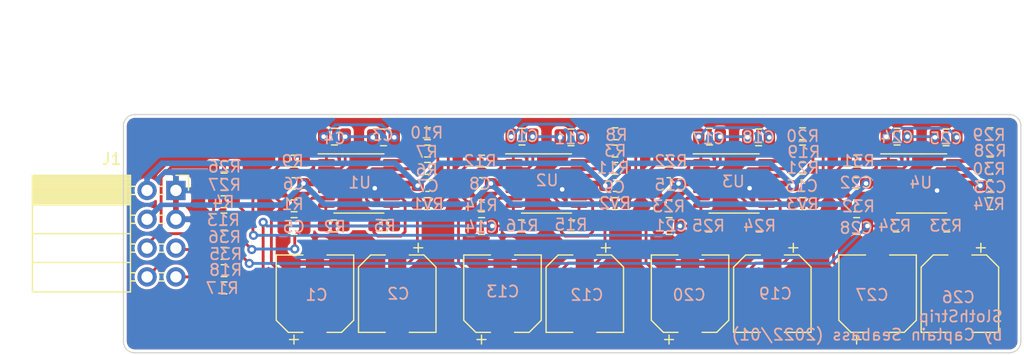
<source format=kicad_pcb>
(kicad_pcb (version 20171130) (host pcbnew 5.1.9+dfsg1-1)
  (layers (0 F.Cu signal) (31 B.Cu signal) (34 B.Paste user) (35 F.Paste user) (36 B.SilkS user) (37 F.SilkS user) (38 B.Mask user) (39 F.Mask user) (44 Edge.Cuts user))
  (net 0 "")
  (net 1 "Net-(C1-Pad1)")
  (net 2 "Net-(C2-Pad1)")
  (net 3 "Net-(C3-Pad2)")
  (net 4 "Net-(C3-Pad1)")
  (net 5 "Net-(C5-Pad2)")
  (net 6 "Net-(C5-Pad1)")
  (net 7 +12V)
  (net 8 -12V)
  (net 9 SLOTH1_OUT)
  (net 10 "Net-(R2-Pad2)")
  (net 11 "Net-(R5-Pad2)")
  (net 12 "Net-(R7-Pad1)")
  (net 13 "Net-(R10-Pad1)")
  (net 14 GND)
  (net 15 SLOTH2_OUT)
  (net 16 SLOTH3_OUT)
  (net 17 SLOTH4_OUT)
  (net 18 "Net-(C10-Pad2)")
  (net 19 "Net-(C10-Pad1)")
  (net 20 "Net-(C12-Pad2)")
  (net 21 "Net-(C12-Pad1)")
  (net 22 "Net-(C14-Pad2)")
  (net 23 "Net-(C14-Pad1)")
  (net 24 "Net-(C17-Pad2)")
  (net 25 "Net-(C17-Pad1)")
  (net 26 "Net-(C19-Pad2)")
  (net 27 "Net-(C19-Pad1)")
  (net 28 "Net-(C21-Pad2)")
  (net 29 "Net-(C21-Pad1)")
  (net 30 "Net-(C24-Pad2)")
  (net 31 "Net-(C24-Pad1)")
  (net 32 "Net-(C26-Pad2)")
  (net 33 "Net-(C26-Pad1)")
  (net 34 "Net-(C28-Pad2)")
  (net 35 "Net-(C28-Pad1)")
  (net 36 "Net-(R3-Pad1)")
  (net 37 "Net-(R8-Pad1)")
  (net 38 "Net-(R11-Pad1)")
  (net 39 "Net-(R15-Pad1)")
  (net 40 "Net-(R19-Pad1)")
  (net 41 "Net-(R20-Pad1)")
  (net 42 "Net-(R21-Pad1)")
  (net 43 "Net-(R24-Pad1)")
  (net 44 "Net-(R28-Pad1)")
  (net 45 "Net-(R29-Pad1)")
  (net 46 "Net-(R30-Pad1)")
  (net 47 "Net-(R33-Pad1)")
  (module Connector_PinSocket_2.54mm:PinSocket_2x04_P2.54mm_Horizontal (layer F.Cu) (at 90.52 83.59)
    (fp_text reference J1 (at -5.65 -2.77) (layer F.SilkS))
    (fp_text value SLOTH_TERMINAL)
    (pad 8 thru_hole oval (at -2.54 7.62) (size 1.7 1.7) (drill 1) (layers *.Cu *.Mask) (net 9 SLOTH1_OUT))
    (pad 7 thru_hole oval (at 0 7.62) (size 1.7 1.7) (drill 1) (layers *.Cu *.Mask) (net 15 SLOTH2_OUT))
    (pad 6 thru_hole oval (at -2.54 5.08) (size 1.7 1.7) (drill 1) (layers *.Cu *.Mask) (net 16 SLOTH3_OUT))
    (pad 5 thru_hole oval (at 0 5.08) (size 1.7 1.7) (drill 1) (layers *.Cu *.Mask) (net 17 SLOTH4_OUT))
    (pad 4 thru_hole oval (at -2.54 2.54) (size 1.7 1.7) (drill 1) (layers *.Cu *.Mask) (net 7 +12V))
    (pad 3 thru_hole oval (at 0 2.54) (size 1.7 1.7) (drill 1) (layers *.Cu *.Mask) (net 14 GND))
    (pad 2 thru_hole oval (at -2.54 0) (size 1.7 1.7) (drill 1) (layers *.Cu *.Mask) (net 8 -12V))
    (pad 1 thru_hole rect (at 0 0) (size 1.7 1.7) (drill 1) (layers *.Cu *.Mask) (net 14 GND))
  )
  (module Capacitor_SMD:CP_Elec_6.3x7.7 (layer F.Cu) (at 159.535 92.691 270)
    (fp_text reference C26 (at 0.309 0.135) (layer B.SilkS) (effects (justify mirror)))
    (fp_text value 100u)
    (pad 1 smd roundrect (at -2.7 0 270) (size 3.5 1.6) (layers F.Cu F.Paste F.Mask) (roundrect_rratio 0.15625) (net 33 "Net-(C26-Pad1)"))
    (pad 2 smd roundrect (at 2.7 0 270) (size 3.5 1.6) (layers F.Cu F.Paste F.Mask) (roundrect_rratio 0.15625) (net 32 "Net-(C26-Pad2)"))
  )
  (module Capacitor_SMD:CP_Elec_6.3x7.7 (layer F.Cu) (at 152.2905 92.691 90)
    (fp_text reference C27 (at -0.109 -0.4905) (layer B.SilkS) (effects (justify mirror)))
    (fp_text value 100u)
    (pad 1 smd roundrect (at -2.7 0 90) (size 3.5 1.6) (layers F.Cu F.Paste F.Mask) (roundrect_rratio 0.15625) (net 32 "Net-(C26-Pad2)"))
    (pad 2 smd roundrect (at 2.7 0 90) (size 3.5 1.6) (layers F.Cu F.Paste F.Mask) (roundrect_rratio 0.15625) (net 14 GND))
  )
  (module Capacitor_SMD:C_0805_2012Metric (layer F.Cu) (at 154.005 78.848)
    (fp_text reference C24 (at 0 0.052) (layer B.SilkS) (effects (justify mirror)))
    (fp_text value "1u NP")
    (pad 1 smd roundrect (at -0.95 0) (size 1 1.45) (layers F.Cu F.Paste F.Mask) (net 31 "Net-(C24-Pad1)"))
    (pad 2 smd roundrect (at 0.95 0) (size 1 1.45) (layers F.Cu F.Paste F.Mask) (net 30 "Net-(C24-Pad2)"))
  )
  (module Capacitor_SMD:C_0603_1608Metric_Pad1.08x0.95mm_HandSolder (layer F.Cu) (at 150.412 82.9755 180)
    (fp_text reference C22 (at 0.012 0.0755) (layer B.SilkS) (effects (justify mirror)))
    (fp_text value 100n)
    (pad 1 smd roundrect (at -0.8625 0 180) (size 1.075 0.95) (layers F.Cu F.Paste F.Mask) (net 7 +12V))
    (pad 2 smd roundrect (at 0.8625 0 180) (size 1.075 0.95) (layers F.Cu F.Paste F.Mask) (net 14 GND))
  )
  (module Resistor_SMD:R_0603_1608Metric_Pad0.98x0.95mm_HandSolder (layer F.Cu) (at 162.1965 80.118)
    (fp_text reference R28 (at 0 -0.018) (layer B.SilkS) (effects (justify mirror)))
    (fp_text value 14.7M)
    (pad 1 smd roundrect (at -0.9125 0) (size 0.975 0.95) (layers F.Cu F.Paste F.Mask) (net 44 "Net-(R28-Pad1)"))
    (pad 2 smd roundrect (at 0.9125 0) (size 0.975 0.95) (layers F.Cu F.Paste F.Mask) (net 30 "Net-(C24-Pad2)"))
  )
  (module Resistor_SMD:R_0603_1608Metric_Pad0.98x0.95mm_HandSolder (layer F.Cu) (at 162.1965 81.642)
    (fp_text reference R30 (at -0.0965 0.058) (layer B.SilkS) (effects (justify mirror)))
    (fp_text value 6.8M)
    (pad 1 smd roundrect (at -0.9125 0) (size 0.975 0.95) (layers F.Cu F.Paste F.Mask) (net 46 "Net-(R30-Pad1)"))
    (pad 2 smd roundrect (at 0.9125 0) (size 0.975 0.95) (layers F.Cu F.Paste F.Mask) (net 30 "Net-(C24-Pad2)"))
  )
  (module Resistor_SMD:R_0603_1608Metric_Pad0.98x0.95mm_HandSolder (layer F.Cu) (at 162.1965 78.594 180)
    (fp_text reference R29 (at 0.0965 -0.106) (layer B.SilkS) (effects (justify mirror)))
    (fp_text value 1M)
    (pad 1 smd roundrect (at -0.9125 0 180) (size 0.975 0.95) (layers F.Cu F.Paste F.Mask) (net 45 "Net-(R29-Pad1)"))
    (pad 2 smd roundrect (at 0.9125 0 180) (size 0.975 0.95) (layers F.Cu F.Paste F.Mask) (net 30 "Net-(C24-Pad2)"))
  )
  (module Resistor_SMD:R_0603_1608Metric_Pad0.98x0.95mm_HandSolder (layer F.Cu) (at 150.449 81.007)
    (fp_text reference R31 (at 0.151 -0.007) (layer B.SilkS) (effects (justify mirror)))
    (fp_text value 1M)
    (pad 1 smd roundrect (at -0.9125 0) (size 0.975 0.95) (layers F.Cu F.Paste F.Mask) (net 33 "Net-(C26-Pad1)"))
    (pad 2 smd roundrect (at 0.9125 0) (size 0.975 0.95) (layers F.Cu F.Paste F.Mask) (net 31 "Net-(C24-Pad1)"))
  )
  (module Resistor_SMD:R_0603_1608Metric_Pad0.98x0.95mm_HandSolder (layer F.Cu) (at 158.3865 86.722)
    (fp_text reference R33 (at -0.0865 -0.022) (layer B.SilkS) (effects (justify mirror)))
    (fp_text value 100k)
    (pad 1 smd roundrect (at -0.9125 0) (size 0.975 0.95) (layers F.Cu F.Paste F.Mask) (net 47 "Net-(R33-Pad1)"))
    (pad 2 smd roundrect (at 0.9125 0) (size 0.975 0.95) (layers F.Cu F.Paste F.Mask) (net 46 "Net-(R30-Pad1)"))
  )
  (module Package_SO:TSSOP-14_4.4x5mm_P0.65mm (layer F.Cu) (at 156.164 82.9755)
    (fp_text reference U4 (at -0.064 -0.0755) (layer B.SilkS) (effects (justify mirror)))
    (fp_text value TL074)
    (pad 1 smd roundrect (at -2.8625 -1.95) (size 1.475 0.4) (layers F.Cu F.Paste F.Mask) (net 31 "Net-(C24-Pad1)"))
    (pad 2 smd roundrect (at -2.8625 -1.3) (size 1.475 0.4) (layers F.Cu F.Paste F.Mask) (net 30 "Net-(C24-Pad2)"))
    (pad 3 smd roundrect (at -2.8625 -0.65) (size 1.475 0.4) (layers F.Cu F.Paste F.Mask) (net 14 GND))
    (pad 4 smd roundrect (at -2.8625 0) (size 1.475 0.4) (layers F.Cu F.Paste F.Mask) (net 7 +12V))
    (pad 5 smd roundrect (at -2.8625 0.65) (size 1.475 0.4) (layers F.Cu F.Paste F.Mask) (net 14 GND))
    (pad 6 smd roundrect (at -2.8625 1.3) (size 1.475 0.4) (layers F.Cu F.Paste F.Mask) (net 34 "Net-(C28-Pad2)"))
    (pad 7 smd roundrect (at -2.8625 1.95) (size 1.475 0.4) (layers F.Cu F.Paste F.Mask) (net 35 "Net-(C28-Pad1)"))
    (pad 8 smd roundrect (at 2.8625 1.95) (size 1.475 0.4) (layers F.Cu F.Paste F.Mask) (net 46 "Net-(R30-Pad1)"))
    (pad 9 smd roundrect (at 2.8625 1.3) (size 1.475 0.4) (layers F.Cu F.Paste F.Mask) (net 47 "Net-(R33-Pad1)"))
    (pad 10 smd roundrect (at 2.8625 0.65) (size 1.475 0.4) (layers F.Cu F.Paste F.Mask) (net 14 GND))
    (pad 11 smd roundrect (at 2.8625 0) (size 1.475 0.4) (layers F.Cu F.Paste F.Mask) (net 8 -12V))
    (pad 12 smd roundrect (at 2.8625 -0.65) (size 1.475 0.4) (layers F.Cu F.Paste F.Mask) (net 14 GND))
    (pad 13 smd roundrect (at 2.8625 -1.3) (size 1.475 0.4) (layers F.Cu F.Paste F.Mask) (net 46 "Net-(R30-Pad1)"))
    (pad 14 smd roundrect (at 2.8625 -1.95) (size 1.475 0.4) (layers F.Cu F.Paste F.Mask) (net 44 "Net-(R28-Pad1)"))
  )
  (module Resistor_SMD:R_0603_1608Metric_Pad0.98x0.95mm_HandSolder (layer F.Cu) (at 150.449 84.944 180)
    (fp_text reference R32 (at -0.151 -0.056) (layer B.SilkS) (effects (justify mirror)))
    (fp_text value 1M)
    (pad 1 smd roundrect (at -0.9125 0 180) (size 0.975 0.95) (layers F.Cu F.Paste F.Mask) (net 34 "Net-(C28-Pad2)"))
    (pad 2 smd roundrect (at 0.9125 0 180) (size 0.975 0.95) (layers F.Cu F.Paste F.Mask) (net 33 "Net-(C26-Pad1)"))
  )
  (module Resistor_SMD:R_0603_1608Metric_Pad0.98x0.95mm_HandSolder (layer F.Cu) (at 162.1965 84.7535)
    (fp_text reference RV4 (at -0.0965 0.0465) (layer B.SilkS) (effects (justify mirror)))
    (fp_text value 200k)
    (pad 1 smd roundrect (at -0.9125 0) (size 0.975 0.95) (layers F.Cu F.Paste F.Mask) (net 33 "Net-(C26-Pad1)"))
    (pad 2 smd roundrect (at 0.9125 0) (size 0.975 0.95) (layers F.Cu F.Paste F.Mask) (net 45 "Net-(R29-Pad1)"))
  )
  (module Capacitor_SMD:C_0805_2012Metric (layer F.Cu) (at 150.449 86.722 180)
    (fp_text reference C28 (at 0.049 -0.178) (layer B.SilkS) (effects (justify mirror)))
    (fp_text value "1u NP")
    (pad 1 smd roundrect (at -0.95 0 180) (size 1 1.45) (layers F.Cu F.Paste F.Mask) (net 35 "Net-(C28-Pad1)"))
    (pad 2 smd roundrect (at 0.95 0 180) (size 1 1.45) (layers F.Cu F.Paste F.Mask) (net 34 "Net-(C28-Pad2)"))
  )
  (module Capacitor_SMD:C_0603_1608Metric_Pad1.08x0.95mm_HandSolder (layer F.Cu) (at 162.1965 83.166 180)
    (fp_text reference C23 (at 0 -0.134) (layer B.SilkS) (effects (justify mirror)))
    (fp_text value 100n)
    (pad 1 smd roundrect (at -0.8625 0 180) (size 1.075 0.95) (layers F.Cu F.Paste F.Mask) (net 14 GND))
    (pad 2 smd roundrect (at 0.8625 0 180) (size 1.075 0.95) (layers F.Cu F.Paste F.Mask) (net 8 -12V))
  )
  (module Capacitor_SMD:C_0805_2012Metric (layer F.Cu) (at 158.323 78.9115 180)
    (fp_text reference C25 (at 0.023 -0.0885) (layer B.SilkS) (effects (justify mirror)))
    (fp_text value "1u NP")
    (pad 1 smd roundrect (at -0.95 0 180) (size 1 1.45) (layers F.Cu F.Paste F.Mask) (net 31 "Net-(C24-Pad1)"))
    (pad 2 smd roundrect (at 0.95 0 180) (size 1 1.45) (layers F.Cu F.Paste F.Mask) (net 30 "Net-(C24-Pad2)"))
  )
  (module Resistor_SMD:R_0603_1608Metric_Pad0.98x0.95mm_HandSolder (layer F.Cu) (at 153.9415 86.722)
    (fp_text reference R34 (at -0.1415 -0.022) (layer B.SilkS) (effects (justify mirror)))
    (fp_text value 100k)
    (pad 1 smd roundrect (at -0.9125 0) (size 0.975 0.95) (layers F.Cu F.Paste F.Mask) (net 35 "Net-(C28-Pad1)"))
    (pad 2 smd roundrect (at 0.9125 0) (size 0.975 0.95) (layers F.Cu F.Paste F.Mask) (net 47 "Net-(R33-Pad1)"))
  )
  (module Resistor_SMD:R_0603_1608Metric_Pad0.98x0.95mm_HandSolder (layer F.Cu) (at 94.7595 89.135)
    (fp_text reference R35 (at 0.1405 0.065) (layer B.SilkS) (effects (justify mirror)))
    (fp_text value 4.7k)
    (pad 2 smd roundrect (at 0.9125 0) (size 0.975 0.95) (layers F.Cu F.Paste F.Mask) (net 35 "Net-(C28-Pad1)"))
    (pad 1 smd roundrect (at -0.9125 0) (size 0.975 0.95) (layers F.Cu F.Paste F.Mask) (net 17 SLOTH4_OUT))
  )
  (module Resistor_SMD:R_0603_1608Metric_Pad0.98x0.95mm_HandSolder (layer F.Cu) (at 94.7595 87.611 180)
    (fp_text reference R36 (at -0.0405 -0.089) (layer B.SilkS) (effects (justify mirror)))
    (fp_text value 10k)
    (pad 2 smd roundrect (at 0.9125 0 180) (size 0.975 0.95) (layers F.Cu F.Paste F.Mask) (net 17 SLOTH4_OUT))
    (pad 1 smd roundrect (at -0.9125 0 180) (size 0.975 0.95) (layers F.Cu F.Paste F.Mask) (net 14 GND))
  )
  (module Resistor_SMD:R_0603_1608Metric_Pad0.98x0.95mm_HandSolder (layer F.Cu) (at 94.75 81.538)
    (fp_text reference R26 (at 0.05 -0.038) (layer B.SilkS) (effects (justify mirror)))
    (fp_text value 4.7k)
    (pad 1 smd roundrect (at -0.9125 0) (size 0.975 0.95) (layers F.Cu F.Paste F.Mask) (net 16 SLOTH3_OUT))
    (pad 2 smd roundrect (at 0.9125 0) (size 0.975 0.95) (layers F.Cu F.Paste F.Mask) (net 29 "Net-(C21-Pad1)"))
  )
  (module Resistor_SMD:R_0603_1608Metric_Pad0.98x0.95mm_HandSolder (layer F.Cu) (at 94.75 83.062)
    (fp_text reference R27 (at 0.05 0.038) (layer B.SilkS) (effects (justify mirror)))
    (fp_text value 10k)
    (pad 1 smd roundrect (at -0.9125 0) (size 0.975 0.95) (layers F.Cu F.Paste F.Mask) (net 14 GND))
    (pad 2 smd roundrect (at 0.9125 0) (size 0.975 0.95) (layers F.Cu F.Paste F.Mask) (net 16 SLOTH3_OUT))
  )
  (module Resistor_SMD:R_0603_1608Metric_Pad0.98x0.95mm_HandSolder (layer F.Cu) (at 145.6865 80.118)
    (fp_text reference R19 (at 0.1135 0.082) (layer B.SilkS) (effects (justify mirror)))
    (fp_text value 14.7M)
    (pad 2 smd roundrect (at 0.9125 0) (size 0.975 0.95) (layers F.Cu F.Paste F.Mask) (net 24 "Net-(C17-Pad2)"))
    (pad 1 smd roundrect (at -0.9125 0) (size 0.975 0.95) (layers F.Cu F.Paste F.Mask) (net 40 "Net-(R19-Pad1)"))
  )
  (module Resistor_SMD:R_0603_1608Metric_Pad0.98x0.95mm_HandSolder (layer F.Cu) (at 133.939 84.944 180)
    (fp_text reference R23 (at 0.039 -0.056) (layer B.SilkS) (effects (justify mirror)))
    (fp_text value 1M)
    (pad 2 smd roundrect (at 0.9125 0 180) (size 0.975 0.95) (layers F.Cu F.Paste F.Mask) (net 27 "Net-(C19-Pad1)"))
    (pad 1 smd roundrect (at -0.9125 0 180) (size 0.975 0.95) (layers F.Cu F.Paste F.Mask) (net 28 "Net-(C21-Pad2)"))
  )
  (module Capacitor_SMD:C_0805_2012Metric (layer F.Cu) (at 141.813 78.9115 180)
    (fp_text reference C18 (at 0 0.0115) (layer B.SilkS) (effects (justify mirror)))
    (fp_text value "1u NP")
    (pad 2 smd roundrect (at 0.95 0 180) (size 1 1.45) (layers F.Cu F.Paste F.Mask) (net 24 "Net-(C17-Pad2)"))
    (pad 1 smd roundrect (at -0.95 0 180) (size 1 1.45) (layers F.Cu F.Paste F.Mask) (net 25 "Net-(C17-Pad1)"))
  )
  (module Capacitor_SMD:C_0805_2012Metric (layer F.Cu) (at 137.495 78.848)
    (fp_text reference C17 (at -0.095 0.152) (layer B.SilkS) (effects (justify mirror)))
    (fp_text value "1u NP")
    (pad 2 smd roundrect (at 0.95 0) (size 1 1.45) (layers F.Cu F.Paste F.Mask) (net 24 "Net-(C17-Pad2)"))
    (pad 1 smd roundrect (at -0.95 0) (size 1 1.45) (layers F.Cu F.Paste F.Mask) (net 25 "Net-(C17-Pad1)"))
  )
  (module Resistor_SMD:R_0603_1608Metric_Pad0.98x0.95mm_HandSolder (layer F.Cu) (at 133.939 81.007)
    (fp_text reference R22 (at 0.161 -0.007) (layer B.SilkS) (effects (justify mirror)))
    (fp_text value 1M)
    (pad 2 smd roundrect (at 0.9125 0) (size 0.975 0.95) (layers F.Cu F.Paste F.Mask) (net 25 "Net-(C17-Pad1)"))
    (pad 1 smd roundrect (at -0.9125 0) (size 0.975 0.95) (layers F.Cu F.Paste F.Mask) (net 27 "Net-(C19-Pad1)"))
  )
  (module Capacitor_SMD:CP_Elec_6.3x7.7 (layer F.Cu) (at 135.7805 92.691 90)
    (fp_text reference C20 (at -0.109 -0.0805) (layer B.SilkS) (effects (justify mirror)))
    (fp_text value 100u)
    (pad 2 smd roundrect (at 2.7 0 90) (size 3.5 1.6) (layers F.Cu F.Paste F.Mask) (roundrect_rratio 0.15625) (net 14 GND))
    (pad 1 smd roundrect (at -2.7 0 90) (size 3.5 1.6) (layers F.Cu F.Paste F.Mask) (roundrect_rratio 0.15625) (net 26 "Net-(C19-Pad2)"))
  )
  (module Capacitor_SMD:CP_Elec_6.3x7.7 (layer F.Cu) (at 143.025 92.691 270)
    (fp_text reference C19 (at 0 -0.275 180) (layer B.SilkS) (effects (justify mirror)))
    (fp_text value 100u)
    (pad 2 smd roundrect (at 2.7 0 270) (size 3.5 1.6) (layers F.Cu F.Paste F.Mask) (roundrect_rratio 0.15625) (net 26 "Net-(C19-Pad2)"))
    (pad 1 smd roundrect (at -2.7 0 270) (size 3.5 1.6) (layers F.Cu F.Paste F.Mask) (roundrect_rratio 0.15625) (net 27 "Net-(C19-Pad1)"))
  )
  (module Resistor_SMD:R_0603_1608Metric_Pad0.98x0.95mm_HandSolder (layer F.Cu) (at 137.4315 86.722)
    (fp_text reference R25 (at -0.0315 -0.022) (layer B.SilkS) (effects (justify mirror)))
    (fp_text value 100k)
    (pad 2 smd roundrect (at 0.9125 0) (size 0.975 0.95) (layers F.Cu F.Paste F.Mask) (net 43 "Net-(R24-Pad1)"))
    (pad 1 smd roundrect (at -0.9125 0) (size 0.975 0.95) (layers F.Cu F.Paste F.Mask) (net 29 "Net-(C21-Pad1)"))
  )
  (module Resistor_SMD:R_0603_1608Metric_Pad0.98x0.95mm_HandSolder (layer F.Cu) (at 145.6865 78.594 180)
    (fp_text reference R20 (at -0.0135 -0.206) (layer B.SilkS) (effects (justify mirror)))
    (fp_text value 1M)
    (pad 2 smd roundrect (at 0.9125 0 180) (size 0.975 0.95) (layers F.Cu F.Paste F.Mask) (net 24 "Net-(C17-Pad2)"))
    (pad 1 smd roundrect (at -0.9125 0 180) (size 0.975 0.95) (layers F.Cu F.Paste F.Mask) (net 41 "Net-(R20-Pad1)"))
  )
  (module Capacitor_SMD:C_0603_1608Metric_Pad1.08x0.95mm_HandSolder (layer F.Cu) (at 145.6865 83.166 180)
    (fp_text reference C16 (at 0.0865 -0.034) (layer B.SilkS) (effects (justify mirror)))
    (fp_text value 100n)
    (pad 2 smd roundrect (at 0.8625 0 180) (size 1.075 0.95) (layers F.Cu F.Paste F.Mask) (net 8 -12V))
    (pad 1 smd roundrect (at -0.8625 0 180) (size 1.075 0.95) (layers F.Cu F.Paste F.Mask) (net 14 GND))
  )
  (module Capacitor_SMD:C_0805_2012Metric (layer F.Cu) (at 133.939 86.722 180)
    (fp_text reference C21 (at -0.161 0.022) (layer B.SilkS) (effects (justify mirror)))
    (fp_text value "1u NP")
    (pad 2 smd roundrect (at 0.95 0 180) (size 1 1.45) (layers F.Cu F.Paste F.Mask) (net 28 "Net-(C21-Pad2)"))
    (pad 1 smd roundrect (at -0.95 0 180) (size 1 1.45) (layers F.Cu F.Paste F.Mask) (net 29 "Net-(C21-Pad1)"))
  )
  (module Resistor_SMD:R_0603_1608Metric_Pad0.98x0.95mm_HandSolder (layer F.Cu) (at 141.8765 86.722)
    (fp_text reference R24 (at 0.0235 -0.022) (layer B.SilkS) (effects (justify mirror)))
    (fp_text value 100k)
    (pad 2 smd roundrect (at 0.9125 0) (size 0.975 0.95) (layers F.Cu F.Paste F.Mask) (net 42 "Net-(R21-Pad1)"))
    (pad 1 smd roundrect (at -0.9125 0) (size 0.975 0.95) (layers F.Cu F.Paste F.Mask) (net 43 "Net-(R24-Pad1)"))
  )
  (module Resistor_SMD:R_0603_1608Metric_Pad0.98x0.95mm_HandSolder (layer F.Cu) (at 145.6865 81.642)
    (fp_text reference R21 (at 0.0135 -0.042) (layer B.SilkS) (effects (justify mirror)))
    (fp_text value 6.8M)
    (pad 2 smd roundrect (at 0.9125 0) (size 0.975 0.95) (layers F.Cu F.Paste F.Mask) (net 24 "Net-(C17-Pad2)"))
    (pad 1 smd roundrect (at -0.9125 0) (size 0.975 0.95) (layers F.Cu F.Paste F.Mask) (net 42 "Net-(R21-Pad1)"))
  )
  (module Capacitor_SMD:C_0603_1608Metric_Pad1.08x0.95mm_HandSolder (layer F.Cu) (at 133.902 82.9755 180)
    (fp_text reference C15 (at -0.198 -0.1245) (layer B.SilkS) (effects (justify mirror)))
    (fp_text value 100n)
    (pad 2 smd roundrect (at 0.8625 0 180) (size 1.075 0.95) (layers F.Cu F.Paste F.Mask) (net 14 GND))
    (pad 1 smd roundrect (at -0.8625 0 180) (size 1.075 0.95) (layers F.Cu F.Paste F.Mask) (net 7 +12V))
  )
  (module Resistor_SMD:R_0603_1608Metric_Pad0.98x0.95mm_HandSolder (layer F.Cu) (at 145.6865 84.7535)
    (fp_text reference RV3 (at 0.0135 0.0465) (layer B.SilkS) (effects (justify mirror)))
    (fp_text value 100k)
    (pad 2 smd roundrect (at 0.9125 0) (size 0.975 0.95) (layers F.Cu F.Paste F.Mask) (net 41 "Net-(R20-Pad1)"))
    (pad 1 smd roundrect (at -0.9125 0) (size 0.975 0.95) (layers F.Cu F.Paste F.Mask) (net 27 "Net-(C19-Pad1)"))
  )
  (module Package_SO:TSSOP-14_4.4x5mm_P0.65mm (layer F.Cu) (at 139.654 82.9755)
    (fp_text reference U3 (at -0.054 -0.1755) (layer B.SilkS) (effects (justify mirror)))
    (fp_text value TL074)
    (pad 14 smd roundrect (at 2.8625 -1.95) (size 1.475 0.4) (layers F.Cu F.Paste F.Mask) (net 40 "Net-(R19-Pad1)"))
    (pad 13 smd roundrect (at 2.8625 -1.3) (size 1.475 0.4) (layers F.Cu F.Paste F.Mask) (net 42 "Net-(R21-Pad1)"))
    (pad 12 smd roundrect (at 2.8625 -0.65) (size 1.475 0.4) (layers F.Cu F.Paste F.Mask) (net 14 GND))
    (pad 11 smd roundrect (at 2.8625 0) (size 1.475 0.4) (layers F.Cu F.Paste F.Mask) (net 8 -12V))
    (pad 10 smd roundrect (at 2.8625 0.65) (size 1.475 0.4) (layers F.Cu F.Paste F.Mask) (net 14 GND))
    (pad 9 smd roundrect (at 2.8625 1.3) (size 1.475 0.4) (layers F.Cu F.Paste F.Mask) (net 43 "Net-(R24-Pad1)"))
    (pad 8 smd roundrect (at 2.8625 1.95) (size 1.475 0.4) (layers F.Cu F.Paste F.Mask) (net 42 "Net-(R21-Pad1)"))
    (pad 7 smd roundrect (at -2.8625 1.95) (size 1.475 0.4) (layers F.Cu F.Paste F.Mask) (net 29 "Net-(C21-Pad1)"))
    (pad 6 smd roundrect (at -2.8625 1.3) (size 1.475 0.4) (layers F.Cu F.Paste F.Mask) (net 28 "Net-(C21-Pad2)"))
    (pad 5 smd roundrect (at -2.8625 0.65) (size 1.475 0.4) (layers F.Cu F.Paste F.Mask) (net 14 GND))
    (pad 4 smd roundrect (at -2.8625 0) (size 1.475 0.4) (layers F.Cu F.Paste F.Mask) (net 7 +12V))
    (pad 3 smd roundrect (at -2.8625 -0.65) (size 1.475 0.4) (layers F.Cu F.Paste F.Mask) (net 14 GND))
    (pad 2 smd roundrect (at -2.8625 -1.3) (size 1.475 0.4) (layers F.Cu F.Paste F.Mask) (net 24 "Net-(C17-Pad2)"))
    (pad 1 smd roundrect (at -2.8625 -1.95) (size 1.475 0.4) (layers F.Cu F.Paste F.Mask) (net 25 "Net-(C17-Pad1)"))
  )
  (module Resistor_SMD:R_0603_1608Metric_Pad0.98x0.95mm_HandSolder (layer F.Cu) (at 94.7595 92.183)
    (fp_text reference R17 (at -0.1595 0.017) (layer B.SilkS) (effects (justify mirror)))
    (fp_text value 4.7k)
    (pad 1 smd roundrect (at -0.9125 0) (size 0.975 0.95) (layers F.Cu F.Paste F.Mask) (net 15 SLOTH2_OUT))
    (pad 2 smd roundrect (at 0.9125 0) (size 0.975 0.95) (layers F.Cu F.Paste F.Mask) (net 23 "Net-(C14-Pad1)"))
  )
  (module Resistor_SMD:R_0603_1608Metric_Pad0.98x0.95mm_HandSolder (layer F.Cu) (at 94.7595 90.659 180)
    (fp_text reference R18 (at -0.1405 0.059) (layer B.SilkS) (effects (justify mirror)))
    (fp_text value 10k)
    (pad 1 smd roundrect (at -0.9125 0 180) (size 0.975 0.95) (layers F.Cu F.Paste F.Mask) (net 14 GND))
    (pad 2 smd roundrect (at 0.9125 0 180) (size 0.975 0.95) (layers F.Cu F.Paste F.Mask) (net 15 SLOTH2_OUT))
  )
  (module Resistor_SMD:R_0603_1608Metric_Pad0.98x0.95mm_HandSolder (layer F.Cu) (at 117.429 81.007)
    (fp_text reference R12 (at -0.129 -0.007) (layer B.SilkS) (effects (justify mirror)))
    (fp_text value 1M)
    (pad 1 smd roundrect (at -0.9125 0) (size 0.975 0.95) (layers F.Cu F.Paste F.Mask) (net 21 "Net-(C12-Pad1)"))
    (pad 2 smd roundrect (at 0.9125 0) (size 0.975 0.95) (layers F.Cu F.Paste F.Mask) (net 19 "Net-(C10-Pad1)"))
  )
  (module Resistor_SMD:R_0603_1608Metric_Pad0.98x0.95mm_HandSolder (layer F.Cu) (at 129.1765 81.642)
    (fp_text reference R11 (at -0.1765 -0.042) (layer B.SilkS) (effects (justify mirror)))
    (fp_text value 6.8M)
    (pad 1 smd roundrect (at -0.9125 0) (size 0.975 0.95) (layers F.Cu F.Paste F.Mask) (net 38 "Net-(R11-Pad1)"))
    (pad 2 smd roundrect (at 0.9125 0) (size 0.975 0.95) (layers F.Cu F.Paste F.Mask) (net 18 "Net-(C10-Pad2)"))
  )
  (module Resistor_SMD:R_0603_1608Metric_Pad0.98x0.95mm_HandSolder (layer F.Cu) (at 129.1765 84.7535)
    (fp_text reference RV2 (at 0 -0.0535) (layer B.SilkS) (effects (justify mirror)))
    (fp_text value 150k)
    (pad 1 smd roundrect (at -0.9125 0) (size 0.975 0.95) (layers F.Cu F.Paste F.Mask) (net 21 "Net-(C12-Pad1)"))
    (pad 2 smd roundrect (at 0.9125 0) (size 0.975 0.95) (layers F.Cu F.Paste F.Mask) (net 37 "Net-(R8-Pad1)"))
  )
  (module Capacitor_SMD:C_0805_2012Metric (layer F.Cu) (at 125.303 78.9115 180)
    (fp_text reference C11 (at 0 -0.0885) (layer B.SilkS) (effects (justify mirror)))
    (fp_text value "1u NP")
    (pad 1 smd roundrect (at -0.95 0 180) (size 1 1.45) (layers F.Cu F.Paste F.Mask) (net 19 "Net-(C10-Pad1)"))
    (pad 2 smd roundrect (at 0.95 0 180) (size 1 1.45) (layers F.Cu F.Paste F.Mask) (net 18 "Net-(C10-Pad2)"))
  )
  (module Capacitor_SMD:C_0805_2012Metric (layer F.Cu) (at 117.429 86.722 180)
    (fp_text reference C14 (at 0.029 -0.078) (layer B.SilkS) (effects (justify mirror)))
    (fp_text value "1u NP")
    (pad 1 smd roundrect (at -0.95 0 180) (size 1 1.45) (layers F.Cu F.Paste F.Mask) (net 23 "Net-(C14-Pad1)"))
    (pad 2 smd roundrect (at 0.95 0 180) (size 1 1.45) (layers F.Cu F.Paste F.Mask) (net 22 "Net-(C14-Pad2)"))
  )
  (module Resistor_SMD:R_0603_1608Metric_Pad0.98x0.95mm_HandSolder (layer F.Cu) (at 125.3665 86.722)
    (fp_text reference R15 (at -0.0665 -0.122) (layer B.SilkS) (effects (justify mirror)))
    (fp_text value 100k)
    (pad 1 smd roundrect (at -0.9125 0) (size 0.975 0.95) (layers F.Cu F.Paste F.Mask) (net 39 "Net-(R15-Pad1)"))
    (pad 2 smd roundrect (at 0.9125 0) (size 0.975 0.95) (layers F.Cu F.Paste F.Mask) (net 38 "Net-(R11-Pad1)"))
  )
  (module Capacitor_SMD:C_0603_1608Metric_Pad1.08x0.95mm_HandSolder (layer F.Cu) (at 117.392 82.9755 180)
    (fp_text reference C8 (at 0.092 -0.0245) (layer B.SilkS) (effects (justify mirror)))
    (fp_text value 100n)
    (pad 1 smd roundrect (at -0.8625 0 180) (size 1.075 0.95) (layers F.Cu F.Paste F.Mask) (net 7 +12V))
    (pad 2 smd roundrect (at 0.8625 0 180) (size 1.075 0.95) (layers F.Cu F.Paste F.Mask) (net 14 GND))
  )
  (module Capacitor_SMD:C_0603_1608Metric_Pad1.08x0.95mm_HandSolder (layer F.Cu) (at 129.1765 83.166 180)
    (fp_text reference C9 (at 0.0765 -0.134) (layer B.SilkS) (effects (justify mirror)))
    (fp_text value 100n)
    (pad 1 smd roundrect (at -0.8625 0 180) (size 1.075 0.95) (layers F.Cu F.Paste F.Mask) (net 14 GND))
    (pad 2 smd roundrect (at 0.8625 0 180) (size 1.075 0.95) (layers F.Cu F.Paste F.Mask) (net 8 -12V))
  )
  (module Resistor_SMD:R_0603_1608Metric_Pad0.98x0.95mm_HandSolder (layer F.Cu) (at 117.429 84.944 180)
    (fp_text reference R14 (at 0.029 0.044) (layer B.SilkS) (effects (justify mirror)))
    (fp_text value 1M)
    (pad 1 smd roundrect (at -0.9125 0 180) (size 0.975 0.95) (layers F.Cu F.Paste F.Mask) (net 22 "Net-(C14-Pad2)"))
    (pad 2 smd roundrect (at 0.9125 0 180) (size 0.975 0.95) (layers F.Cu F.Paste F.Mask) (net 21 "Net-(C12-Pad1)"))
  )
  (module Resistor_SMD:R_0603_1608Metric_Pad0.98x0.95mm_HandSolder (layer F.Cu) (at 120.9215 86.722)
    (fp_text reference R16 (at 0.0785 -0.022) (layer B.SilkS) (effects (justify mirror)))
    (fp_text value 100k)
    (pad 1 smd roundrect (at -0.9125 0) (size 0.975 0.95) (layers F.Cu F.Paste F.Mask) (net 23 "Net-(C14-Pad1)"))
    (pad 2 smd roundrect (at 0.9125 0) (size 0.975 0.95) (layers F.Cu F.Paste F.Mask) (net 39 "Net-(R15-Pad1)"))
  )
  (module Capacitor_SMD:CP_Elec_6.3x7.7 (layer F.Cu) (at 119.2705 92.691 90)
    (fp_text reference C13 (at 0.191 0.0295) (layer B.SilkS) (effects (justify mirror)))
    (fp_text value 100u)
    (pad 1 smd roundrect (at -2.7 0 90) (size 3.5 1.6) (layers F.Cu F.Paste F.Mask) (roundrect_rratio 0.15625) (net 20 "Net-(C12-Pad2)"))
    (pad 2 smd roundrect (at 2.7 0 90) (size 3.5 1.6) (layers F.Cu F.Paste F.Mask) (roundrect_rratio 0.15625) (net 14 GND))
  )
  (module Capacitor_SMD:CP_Elec_6.3x7.7 (layer F.Cu) (at 126.515 92.691 270)
    (fp_text reference C12 (at 0.109 -0.185 180) (layer B.SilkS) (effects (justify mirror)))
    (fp_text value 100u)
    (pad 1 smd roundrect (at -2.7 0 270) (size 3.5 1.6) (layers F.Cu F.Paste F.Mask) (roundrect_rratio 0.15625) (net 21 "Net-(C12-Pad1)"))
    (pad 2 smd roundrect (at 2.7 0 270) (size 3.5 1.6) (layers F.Cu F.Paste F.Mask) (roundrect_rratio 0.15625) (net 20 "Net-(C12-Pad2)"))
  )
  (module Resistor_SMD:R_0603_1608Metric_Pad0.98x0.95mm_HandSolder (layer F.Cu) (at 129.1765 80.118)
    (fp_text reference R3 (at 0.0235 -0.018) (layer B.SilkS) (effects (justify mirror)))
    (fp_text value 14.7M)
    (pad 1 smd roundrect (at -0.9125 0) (size 0.975 0.95) (layers F.Cu F.Paste F.Mask) (net 36 "Net-(R3-Pad1)"))
    (pad 2 smd roundrect (at 0.9125 0) (size 0.975 0.95) (layers F.Cu F.Paste F.Mask) (net 18 "Net-(C10-Pad2)"))
  )
  (module Resistor_SMD:R_0603_1608Metric_Pad0.98x0.95mm_HandSolder (layer F.Cu) (at 129.1765 78.594 180)
    (fp_text reference R8 (at -0.1235 -0.106) (layer B.SilkS) (effects (justify mirror)))
    (fp_text value 1M)
    (pad 1 smd roundrect (at -0.9125 0 180) (size 0.975 0.95) (layers F.Cu F.Paste F.Mask) (net 37 "Net-(R8-Pad1)"))
    (pad 2 smd roundrect (at 0.9125 0 180) (size 0.975 0.95) (layers F.Cu F.Paste F.Mask) (net 18 "Net-(C10-Pad2)"))
  )
  (module Capacitor_SMD:C_0805_2012Metric (layer F.Cu) (at 120.985 78.848)
    (fp_text reference C10 (at 0.015 -0.048) (layer B.SilkS) (effects (justify mirror)))
    (fp_text value "1u NP")
    (pad 1 smd roundrect (at -0.95 0) (size 1 1.45) (layers F.Cu F.Paste F.Mask) (net 19 "Net-(C10-Pad1)"))
    (pad 2 smd roundrect (at 0.95 0) (size 1 1.45) (layers F.Cu F.Paste F.Mask) (net 18 "Net-(C10-Pad2)"))
  )
  (module Package_SO:TSSOP-14_4.4x5mm_P0.65mm (layer F.Cu) (at 123.144 82.9755)
    (fp_text reference U2 (at 0.056 -0.2755) (layer B.SilkS) (effects (justify mirror)))
    (fp_text value TL074)
    (pad 1 smd roundrect (at -2.8625 -1.95) (size 1.475 0.4) (layers F.Cu F.Paste F.Mask) (net 19 "Net-(C10-Pad1)"))
    (pad 2 smd roundrect (at -2.8625 -1.3) (size 1.475 0.4) (layers F.Cu F.Paste F.Mask) (net 18 "Net-(C10-Pad2)"))
    (pad 3 smd roundrect (at -2.8625 -0.65) (size 1.475 0.4) (layers F.Cu F.Paste F.Mask) (net 14 GND))
    (pad 4 smd roundrect (at -2.8625 0) (size 1.475 0.4) (layers F.Cu F.Paste F.Mask) (net 7 +12V))
    (pad 5 smd roundrect (at -2.8625 0.65) (size 1.475 0.4) (layers F.Cu F.Paste F.Mask) (net 14 GND))
    (pad 6 smd roundrect (at -2.8625 1.3) (size 1.475 0.4) (layers F.Cu F.Paste F.Mask) (net 22 "Net-(C14-Pad2)"))
    (pad 7 smd roundrect (at -2.8625 1.95) (size 1.475 0.4) (layers F.Cu F.Paste F.Mask) (net 23 "Net-(C14-Pad1)"))
    (pad 8 smd roundrect (at 2.8625 1.95) (size 1.475 0.4) (layers F.Cu F.Paste F.Mask) (net 38 "Net-(R11-Pad1)"))
    (pad 9 smd roundrect (at 2.8625 1.3) (size 1.475 0.4) (layers F.Cu F.Paste F.Mask) (net 39 "Net-(R15-Pad1)"))
    (pad 10 smd roundrect (at 2.8625 0.65) (size 1.475 0.4) (layers F.Cu F.Paste F.Mask) (net 14 GND))
    (pad 11 smd roundrect (at 2.8625 0) (size 1.475 0.4) (layers F.Cu F.Paste F.Mask) (net 8 -12V))
    (pad 12 smd roundrect (at 2.8625 -0.65) (size 1.475 0.4) (layers F.Cu F.Paste F.Mask) (net 14 GND))
    (pad 13 smd roundrect (at 2.8625 -1.3) (size 1.475 0.4) (layers F.Cu F.Paste F.Mask) (net 38 "Net-(R11-Pad1)"))
    (pad 14 smd roundrect (at 2.8625 -1.95) (size 1.475 0.4) (layers F.Cu F.Paste F.Mask) (net 36 "Net-(R3-Pad1)"))
  )
  (module Resistor_SMD:R_0603_1608Metric_Pad0.98x0.95mm_HandSolder (layer F.Cu) (at 112.6665 84.7535)
    (fp_text reference RV1 (at 0.0335 0.0465) (layer B.SilkS) (effects (justify mirror)))
    (fp_text value 50k)
    (pad 2 smd roundrect (at 0.9125 0) (size 0.975 0.95) (layers F.Cu F.Paste F.Mask) (net 13 "Net-(R10-Pad1)"))
    (pad 1 smd roundrect (at -0.9125 0) (size 0.975 0.95) (layers F.Cu F.Paste F.Mask) (net 2 "Net-(C2-Pad1)"))
  )
  (module Package_SO:TSSOP-14_4.4x5mm_P0.65mm (layer F.Cu) (at 106.634 82.9755)
    (fp_text reference U1 (at 0.066 -0.0755) (layer B.SilkS) (effects (justify mirror)))
    (fp_text value TL074)
    (pad 14 smd roundrect (at 2.8625 -1.95) (size 1.475 0.4) (layers F.Cu F.Paste F.Mask) (net 12 "Net-(R7-Pad1)"))
    (pad 13 smd roundrect (at 2.8625 -1.3) (size 1.475 0.4) (layers F.Cu F.Paste F.Mask) (net 11 "Net-(R5-Pad2)"))
    (pad 12 smd roundrect (at 2.8625 -0.65) (size 1.475 0.4) (layers F.Cu F.Paste F.Mask) (net 14 GND))
    (pad 11 smd roundrect (at 2.8625 0) (size 1.475 0.4) (layers F.Cu F.Paste F.Mask) (net 8 -12V))
    (pad 10 smd roundrect (at 2.8625 0.65) (size 1.475 0.4) (layers F.Cu F.Paste F.Mask) (net 14 GND))
    (pad 9 smd roundrect (at 2.8625 1.3) (size 1.475 0.4) (layers F.Cu F.Paste F.Mask) (net 10 "Net-(R2-Pad2)"))
    (pad 8 smd roundrect (at 2.8625 1.95) (size 1.475 0.4) (layers F.Cu F.Paste F.Mask) (net 11 "Net-(R5-Pad2)"))
    (pad 7 smd roundrect (at -2.8625 1.95) (size 1.475 0.4) (layers F.Cu F.Paste F.Mask) (net 6 "Net-(C5-Pad1)"))
    (pad 6 smd roundrect (at -2.8625 1.3) (size 1.475 0.4) (layers F.Cu F.Paste F.Mask) (net 5 "Net-(C5-Pad2)"))
    (pad 5 smd roundrect (at -2.8625 0.65) (size 1.475 0.4) (layers F.Cu F.Paste F.Mask) (net 14 GND))
    (pad 4 smd roundrect (at -2.8625 0) (size 1.475 0.4) (layers F.Cu F.Paste F.Mask) (net 7 +12V))
    (pad 3 smd roundrect (at -2.8625 -0.65) (size 1.475 0.4) (layers F.Cu F.Paste F.Mask) (net 14 GND))
    (pad 2 smd roundrect (at -2.8625 -1.3) (size 1.475 0.4) (layers F.Cu F.Paste F.Mask) (net 3 "Net-(C3-Pad2)"))
    (pad 1 smd roundrect (at -2.8625 -1.95) (size 1.475 0.4) (layers F.Cu F.Paste F.Mask) (net 4 "Net-(C3-Pad1)"))
  )
  (module Resistor_SMD:R_0603_1608Metric_Pad0.98x0.95mm_HandSolder (layer F.Cu) (at 94.75 86.11 180)
    (fp_text reference R13 (at 0.05 -0.09) (layer B.SilkS) (effects (justify mirror)))
    (fp_text value 10k)
    (pad 2 smd roundrect (at 0.9125 0 180) (size 0.975 0.95) (layers F.Cu F.Paste F.Mask) (net 9 SLOTH1_OUT))
    (pad 1 smd roundrect (at -0.9125 0 180) (size 0.975 0.95) (layers F.Cu F.Paste F.Mask) (net 14 GND))
  )
  (module Resistor_SMD:R_0603_1608Metric_Pad0.98x0.95mm_HandSolder (layer F.Cu) (at 112.6665 78.594 180)
    (fp_text reference R10 (at 0.0665 0.094) (layer B.SilkS) (effects (justify mirror)))
    (fp_text value 1M)
    (pad 2 smd roundrect (at 0.9125 0 180) (size 0.975 0.95) (layers F.Cu F.Paste F.Mask) (net 3 "Net-(C3-Pad2)"))
    (pad 1 smd roundrect (at -0.9125 0 180) (size 0.975 0.95) (layers F.Cu F.Paste F.Mask) (net 13 "Net-(R10-Pad1)"))
  )
  (module Resistor_SMD:R_0603_1608Metric_Pad0.98x0.95mm_HandSolder (layer F.Cu) (at 100.919 81.007)
    (fp_text reference R9 (at -0.119 -0.007) (layer B.SilkS) (effects (justify mirror)))
    (fp_text value 1M)
    (pad 2 smd roundrect (at 0.9125 0) (size 0.975 0.95) (layers F.Cu F.Paste F.Mask) (net 4 "Net-(C3-Pad1)"))
    (pad 1 smd roundrect (at -0.9125 0) (size 0.975 0.95) (layers F.Cu F.Paste F.Mask) (net 2 "Net-(C2-Pad1)"))
  )
  (module Resistor_SMD:R_0603_1608Metric_Pad0.98x0.95mm_HandSolder (layer F.Cu) (at 112.6665 80.118)
    (fp_text reference R7 (at -0.0665 0.082) (layer B.SilkS) (effects (justify mirror)))
    (fp_text value 14.7M)
    (pad 2 smd roundrect (at 0.9125 0) (size 0.975 0.95) (layers F.Cu F.Paste F.Mask) (net 3 "Net-(C3-Pad2)"))
    (pad 1 smd roundrect (at -0.9125 0) (size 0.975 0.95) (layers F.Cu F.Paste F.Mask) (net 12 "Net-(R7-Pad1)"))
  )
  (module Resistor_SMD:R_0603_1608Metric_Pad0.98x0.95mm_HandSolder (layer F.Cu) (at 112.6665 81.642)
    (fp_text reference R6 (at -0.0665 0.158) (layer B.SilkS) (effects (justify mirror)))
    (fp_text value 6.8M)
    (pad 2 smd roundrect (at 0.9125 0) (size 0.975 0.95) (layers F.Cu F.Paste F.Mask) (net 3 "Net-(C3-Pad2)"))
    (pad 1 smd roundrect (at -0.9125 0) (size 0.975 0.95) (layers F.Cu F.Paste F.Mask) (net 11 "Net-(R5-Pad2)"))
  )
  (module Resistor_SMD:R_0603_1608Metric_Pad0.98x0.95mm_HandSolder (layer F.Cu) (at 108.8565 86.722)
    (fp_text reference R5 (at 0.0435 -0.022) (layer B.SilkS) (effects (justify mirror)))
    (fp_text value 100k)
    (pad 2 smd roundrect (at 0.9125 0) (size 0.975 0.95) (layers F.Cu F.Paste F.Mask) (net 11 "Net-(R5-Pad2)"))
    (pad 1 smd roundrect (at -0.9125 0) (size 0.975 0.95) (layers F.Cu F.Paste F.Mask) (net 10 "Net-(R2-Pad2)"))
  )
  (module Resistor_SMD:R_0603_1608Metric_Pad0.98x0.95mm_HandSolder (layer F.Cu) (at 94.75 84.586)
    (fp_text reference R4 (at -0.05 0.014) (layer B.SilkS) (effects (justify mirror)))
    (fp_text value 4.7k)
    (pad 2 smd roundrect (at 0.9125 0) (size 0.975 0.95) (layers F.Cu F.Paste F.Mask) (net 6 "Net-(C5-Pad1)"))
    (pad 1 smd roundrect (at -0.9125 0) (size 0.975 0.95) (layers F.Cu F.Paste F.Mask) (net 9 SLOTH1_OUT))
  )
  (module Resistor_SMD:R_0603_1608Metric_Pad0.98x0.95mm_HandSolder (layer F.Cu) (at 104.4115 86.722)
    (fp_text reference R2 (at 0.0885 0.078) (layer B.SilkS) (effects (justify mirror)))
    (fp_text value 100k)
    (pad 2 smd roundrect (at 0.9125 0) (size 0.975 0.95) (layers F.Cu F.Paste F.Mask) (net 10 "Net-(R2-Pad2)"))
    (pad 1 smd roundrect (at -0.9125 0) (size 0.975 0.95) (layers F.Cu F.Paste F.Mask) (net 6 "Net-(C5-Pad1)"))
  )
  (module Resistor_SMD:R_0603_1608Metric_Pad0.98x0.95mm_HandSolder (layer F.Cu) (at 100.919 84.944 180)
    (fp_text reference R1 (at 0.119 0.144) (layer B.SilkS) (effects (justify mirror)))
    (fp_text value 1M)
    (pad 2 smd roundrect (at 0.9125 0 180) (size 0.975 0.95) (layers F.Cu F.Paste F.Mask) (net 2 "Net-(C2-Pad1)"))
    (pad 1 smd roundrect (at -0.9125 0 180) (size 0.975 0.95) (layers F.Cu F.Paste F.Mask) (net 5 "Net-(C5-Pad2)"))
  )
  (module Capacitor_SMD:C_0603_1608Metric_Pad1.08x0.95mm_HandSolder (layer F.Cu) (at 112.6665 83.166 180)
    (fp_text reference C7 (at -0.0335 -0.034) (layer B.SilkS) (effects (justify mirror)))
    (fp_text value 100n)
    (pad 2 smd roundrect (at 0.8625 0 180) (size 1.075 0.95) (layers F.Cu F.Paste F.Mask) (net 8 -12V))
    (pad 1 smd roundrect (at -0.8625 0 180) (size 1.075 0.95) (layers F.Cu F.Paste F.Mask) (net 14 GND))
  )
  (module Capacitor_SMD:C_0603_1608Metric_Pad1.08x0.95mm_HandSolder (layer F.Cu) (at 100.882 82.9755 180)
    (fp_text reference C6 (at -0.018 -0.0245) (layer B.SilkS) (effects (justify mirror)))
    (fp_text value 100n)
    (pad 2 smd roundrect (at 0.8625 0 180) (size 1.075 0.95) (layers F.Cu F.Paste F.Mask) (net 14 GND))
    (pad 1 smd roundrect (at -0.8625 0 180) (size 1.075 0.95) (layers F.Cu F.Paste F.Mask) (net 7 +12V))
  )
  (module Capacitor_SMD:C_0805_2012Metric (layer F.Cu) (at 100.919 86.722 180)
    (fp_text reference C5 (at 0.019 -0.078) (layer B.SilkS) (effects (justify mirror)))
    (fp_text value "1u NP")
    (pad 2 smd roundrect (at 0.95 0 180) (size 1 1.45) (layers F.Cu F.Paste F.Mask) (net 5 "Net-(C5-Pad2)"))
    (pad 1 smd roundrect (at -0.95 0 180) (size 1 1.45) (layers F.Cu F.Paste F.Mask) (net 6 "Net-(C5-Pad1)"))
  )
  (module Capacitor_SMD:C_0805_2012Metric (layer F.Cu) (at 104.475 78.848)
    (fp_text reference C4 (at 0.025 0.152) (layer B.SilkS) (effects (justify mirror)))
    (fp_text value "1u NP")
    (pad 2 smd roundrect (at 0.95 0) (size 1 1.45) (layers F.Cu F.Paste F.Mask) (net 3 "Net-(C3-Pad2)"))
    (pad 1 smd roundrect (at -0.95 0) (size 1 1.45) (layers F.Cu F.Paste F.Mask) (net 4 "Net-(C3-Pad1)"))
  )
  (module Capacitor_SMD:C_0805_2012Metric (layer F.Cu) (at 108.793 78.9115 180)
    (fp_text reference C3 (at 0.093 0.2115) (layer B.SilkS) (effects (justify mirror)))
    (fp_text value "1u NP")
    (pad 2 smd roundrect (at 0.95 0 180) (size 1 1.45) (layers F.Cu F.Paste F.Mask) (net 3 "Net-(C3-Pad2)"))
    (pad 1 smd roundrect (at -0.95 0 180) (size 1 1.45) (layers F.Cu F.Paste F.Mask) (net 4 "Net-(C3-Pad1)"))
  )
  (module Capacitor_SMD:CP_Elec_6.3x7.7 (layer F.Cu) (at 110.005 92.691 270)
    (fp_text reference C2 (at 0.009 -0.095) (layer B.SilkS) (effects (justify mirror)))
    (fp_text value 100u)
    (pad 2 smd roundrect (at 2.7 0 270) (size 3.5 1.6) (layers F.Cu F.Paste F.Mask) (roundrect_rratio 0.15625) (net 1 "Net-(C1-Pad1)"))
    (pad 1 smd roundrect (at -2.7 0 270) (size 3.5 1.6) (layers F.Cu F.Paste F.Mask) (roundrect_rratio 0.15625) (net 2 "Net-(C2-Pad1)"))
  )
  (module Capacitor_SMD:CP_Elec_6.3x7.7 (layer F.Cu) (at 102.7605 92.691 90)
    (fp_text reference C1 (at -0.109 0.1395) (layer B.SilkS) (effects (justify mirror)))
    (fp_text value 100u)
    (pad 2 smd roundrect (at 2.7 0 90) (size 3.5 1.6) (layers F.Cu F.Paste F.Mask) (roundrect_rratio 0.15625) (net 14 GND))
    (pad 1 smd roundrect (at -2.7 0 90) (size 3.5 1.6) (layers F.Cu F.Paste F.Mask) (roundrect_rratio 0.15625) (net 1 "Net-(C1-Pad1)"))
  )
  (gr_text "SlothStrip\nby Captain Seabass (2022/01)" (at 163.4 95.5) (layer B.SilkS) (effects (font (size 1 1)) (justify left mirror)))
  (gr_arc (start 163.9 77.9) (end 164.9 77.9) (angle -90) (layer Edge.Cuts) (width 0.1))
  (gr_arc (start 163.9 96.9) (end 163.9 97.9) (angle -90) (layer Edge.Cuts) (width 0.1))
  (gr_arc (start 86.9 96.9) (end 85.9 96.9) (angle -90) (layer Edge.Cuts) (width 0.1))
  (gr_arc (start 86.9 77.9) (end 86.9 76.9) (angle -90) (layer Edge.Cuts) (width 0.1))
  (gr_line (start 163.9 76.9) (end 86.9 76.9) (layer Edge.Cuts) (width 0.1))
  (gr_line (start 164.9 96.9) (end 164.9 77.9) (layer Edge.Cuts) (width 0.1))
  (gr_line (start 86.9 97.9) (end 163.9 97.9) (layer Edge.Cuts) (width 0.1))
  (gr_line (start 85.9 77.9) (end 85.9 96.9) (layer Edge.Cuts) (width 0.1))
  (segment (start 102.7605 95.391) (end 110.005 95.391) (width 0.25) (layer F.Cu) (net 1))
  (segment (start 98.887 83.8245) (end 100.0065 84.944) (width 0.25) (layer F.Cu) (net 2))
  (segment (start 98.887 82.1265) (end 98.887 83.8245) (width 0.25) (layer F.Cu) (net 2))
  (segment (start 100.0065 81.007) (end 98.887 82.1265) (width 0.25) (layer F.Cu) (net 2))
  (segment (start 109.809 89.795) (end 110.005 89.991) (width 0.25) (layer F.Cu) (net 2))
  (segment (start 111.7775 89.1985) (end 110.985 89.991) (width 0.25) (layer F.Cu) (net 2))
  (segment (start 111.7775 84.777) (end 111.7775 89.1985) (width 0.25) (layer F.Cu) (net 2))
  (segment (start 110.985 89.991) (end 110.005 89.991) (width 0.25) (layer F.Cu) (net 2))
  (segment (start 111.754 84.7535) (end 111.7775 84.777) (width 0.25) (layer F.Cu) (net 2))
  (segment (start 98.925003 86.025497) (end 100.0065 84.944) (width 0.25) (layer F.Cu) (net 2))
  (segment (start 98.925003 89.998503) (end 98.925003 86.025497) (width 0.25) (layer F.Cu) (net 2))
  (segment (start 107.796 92.2) (end 101.1265 92.2) (width 0.25) (layer F.Cu) (net 2))
  (segment (start 101.1265 92.2) (end 98.925003 89.998503) (width 0.25) (layer F.Cu) (net 2))
  (segment (start 110.005 89.991) (end 107.796 92.2) (width 0.25) (layer F.Cu) (net 2))
  (segment (start 105.4885 78.9115) (end 105.425 78.848) (width 0.25) (layer F.Cu) (net 3))
  (segment (start 105.013 81.6755) (end 103.7715 81.6755) (width 0.25) (layer F.Cu) (net 3))
  (segment (start 105.425 81.2635) (end 105.013 81.6755) (width 0.25) (layer F.Cu) (net 3))
  (segment (start 105.425 78.848) (end 105.425 81.2635) (width 0.25) (layer F.Cu) (net 3))
  (segment (start 113.579 81.642) (end 113.579 80.118) (width 0.25) (layer F.Cu) (net 3))
  (segment (start 112.055 78.594) (end 113.579 80.118) (width 0.25) (layer F.Cu) (net 3))
  (segment (start 111.754 78.594) (end 112.055 78.594) (width 0.25) (layer F.Cu) (net 3))
  (segment (start 111.6505 78.594) (end 111.754 78.594) (width 0.25) (layer F.Cu) (net 3))
  (segment (start 110.7615 79.483) (end 111.6505 78.594) (width 0.25) (layer F.Cu) (net 3))
  (segment (start 110.7615 79.864) (end 110.7615 79.483) (width 0.25) (layer F.Cu) (net 3))
  (segment (start 108.793 80.0545) (end 110.571 80.0545) (width 0.25) (layer F.Cu) (net 3))
  (segment (start 110.571 80.0545) (end 110.7615 79.864) (width 0.25) (layer F.Cu) (net 3))
  (segment (start 107.843 79.1045) (end 108.793 80.0545) (width 0.25) (layer F.Cu) (net 3))
  (segment (start 107.843 78.9115) (end 107.843 79.1045) (width 0.25) (layer F.Cu) (net 3))
  (via (at 105.425 78.848) (size 0.8) (drill 0.4) (layers F.Cu B.Cu) (net 3))
  (via (at 107.843 78.9115) (size 0.8) (drill 0.4) (layers F.Cu B.Cu) (net 3))
  (segment (start 107.7795 78.848) (end 107.843 78.9115) (width 0.25) (layer B.Cu) (net 3))
  (segment (start 105.425 78.848) (end 107.7795 78.848) (width 0.25) (layer B.Cu) (net 3))
  (segment (start 101.85 81.0255) (end 101.8315 81.007) (width 0.25) (layer F.Cu) (net 4))
  (segment (start 103.7715 81.0255) (end 101.85 81.0255) (width 0.25) (layer F.Cu) (net 4))
  (segment (start 103.525 78.848) (end 103.525 78.84803) (width 0.25) (layer F.Cu) (net 4))
  (via (at 103.525 78.84803) (size 0.8) (drill 0.4) (layers F.Cu B.Cu) (net 4))
  (segment (start 103.7715 81.0255) (end 103.7715 79.09453) (width 0.25) (layer F.Cu) (net 4))
  (segment (start 103.7715 79.09453) (end 103.525 78.84803) (width 0.25) (layer F.Cu) (net 4))
  (segment (start 109.743 78.9115) (end 109.743 78.911482) (width 0.25) (layer F.Cu) (net 4))
  (via (at 109.743 78.911482) (size 0.8) (drill 0.4) (layers F.Cu B.Cu) (net 4))
  (segment (start 103.525 78.84803) (end 104.573029 77.800001) (width 0.25) (layer B.Cu) (net 4))
  (segment (start 104.573029 77.800001) (end 108.631519 77.800001) (width 0.25) (layer B.Cu) (net 4))
  (segment (start 108.631519 77.800001) (end 109.743 78.911482) (width 0.25) (layer B.Cu) (net 4))
  (segment (start 101.8315 84.944) (end 102.5 84.2755) (width 0.25) (layer F.Cu) (net 5))
  (segment (start 102.5 84.2755) (end 103.7715 84.2755) (width 0.25) (layer F.Cu) (net 5))
  (segment (start 101.681 84.944) (end 101.8315 84.944) (width 0.25) (layer F.Cu) (net 5))
  (segment (start 99.969 86.656) (end 101.681 84.944) (width 0.25) (layer F.Cu) (net 5))
  (segment (start 99.969 86.722) (end 99.969 86.656) (width 0.25) (layer F.Cu) (net 5))
  (segment (start 103.713 84.984) (end 103.7715 84.9255) (width 0.25) (layer F.Cu) (net 6))
  (segment (start 103.713 86.508) (end 103.713 84.984) (width 0.25) (layer F.Cu) (net 6))
  (segment (start 103.499 86.722) (end 103.713 86.508) (width 0.25) (layer F.Cu) (net 6))
  (segment (start 101.869 86.722) (end 103.499 86.722) (width 0.25) (layer F.Cu) (net 6))
  (segment (start 100.9825 87.6085) (end 100.9825 88.754) (width 0.25) (layer F.Cu) (net 6))
  (segment (start 101.869 86.722) (end 100.9825 87.6085) (width 0.25) (layer F.Cu) (net 6))
  (via (at 100.9825 88.754) (size 0.8) (drill 0.4) (layers F.Cu B.Cu) (net 6))
  (via (at 97.2 88.8) (size 0.8) (drill 0.4) (layers F.Cu B.Cu) (net 6))
  (segment (start 100.9825 88.754) (end 97.246 88.754) (width 0.25) (layer B.Cu) (net 6))
  (segment (start 96.6 85.5235) (end 96.6 88.2) (width 0.25) (layer F.Cu) (net 6))
  (segment (start 97.246 88.754) (end 97.2 88.8) (width 0.25) (layer B.Cu) (net 6))
  (segment (start 95.6625 84.586) (end 96.6 85.5235) (width 0.25) (layer F.Cu) (net 6))
  (segment (start 96.6 88.2) (end 97.2 88.8) (width 0.25) (layer F.Cu) (net 6))
  (segment (start 134.7645 82.9755) (end 136.7915 82.9755) (width 0.5) (layer F.Cu) (net 7))
  (segment (start 101.7445 82.9755) (end 103.7715 82.9755) (width 0.5) (layer F.Cu) (net 7))
  (segment (start 118.2545 82.9755) (end 120.2815 82.9755) (width 0.5) (layer F.Cu) (net 7))
  (segment (start 151.2745 82.9755) (end 153.3015 82.9755) (width 0.5) (layer F.Cu) (net 7))
  (via (at 101.7445 82.9755) (size 0.8) (drill 0.4) (layers F.Cu B.Cu) (net 7))
  (via (at 118.2545 82.9755) (size 0.8) (drill 0.4) (layers F.Cu B.Cu) (net 7))
  (via (at 134.7645 82.9755) (size 0.8) (drill 0.4) (layers F.Cu B.Cu) (net 7))
  (via (at 151.2745 82.9755) (size 0.8) (drill 0.4) (layers F.Cu B.Cu) (net 7))
  (segment (start 149.45 84.8) (end 151.2745 82.9755) (width 0.5) (layer B.Cu) (net 7))
  (segment (start 136.589 84.8) (end 149.45 84.8) (width 0.5) (layer B.Cu) (net 7))
  (segment (start 134.7645 82.9755) (end 136.589 84.8) (width 0.5) (layer B.Cu) (net 7))
  (segment (start 120.079 84.8) (end 132.94 84.8) (width 0.5) (layer B.Cu) (net 7))
  (segment (start 132.94 84.8) (end 134.7645 82.9755) (width 0.5) (layer B.Cu) (net 7))
  (segment (start 118.2545 82.9755) (end 120.079 84.8) (width 0.5) (layer B.Cu) (net 7))
  (segment (start 116.43 84.8) (end 118.2545 82.9755) (width 0.5) (layer B.Cu) (net 7))
  (segment (start 103.569 84.8) (end 116.43 84.8) (width 0.5) (layer B.Cu) (net 7))
  (segment (start 101.7445 82.9755) (end 103.569 84.8) (width 0.5) (layer B.Cu) (net 7))
  (segment (start 99.840001 84.879999) (end 99.885 84.835) (width 0.4) (layer B.Cu) (net 7))
  (segment (start 87.98 86.13) (end 89.230001 84.879999) (width 0.5) (layer B.Cu) (net 7))
  (segment (start 99.885 84.835) (end 101.7445 82.9755) (width 0.5) (layer B.Cu) (net 7))
  (segment (start 92.129999 84.879999) (end 99.840001 84.879999) (width 0.5) (layer B.Cu) (net 7))
  (segment (start 92.11 84.86) (end 92.129999 84.879999) (width 0.4) (layer B.Cu) (net 7))
  (segment (start 89.25 84.86) (end 92.11 84.86) (width 0.4) (layer B.Cu) (net 7))
  (segment (start 89.230001 84.879999) (end 89.25 84.86) (width 0.4) (layer B.Cu) (net 7))
  (segment (start 144.824 82.9755) (end 142.5165 82.9755) (width 0.5) (layer F.Cu) (net 8))
  (segment (start 128.314 82.9755) (end 126.0065 82.9755) (width 0.5) (layer F.Cu) (net 8))
  (segment (start 111.804 82.9755) (end 109.4965 82.9755) (width 0.5) (layer F.Cu) (net 8))
  (segment (start 161.334 82.9755) (end 159.0265 82.9755) (width 0.5) (layer F.Cu) (net 8))
  (via (at 111.804 83.166) (size 0.8) (drill 0.4) (layers F.Cu B.Cu) (net 8))
  (via (at 128.314 83.166) (size 0.8) (drill 0.4) (layers F.Cu B.Cu) (net 8))
  (via (at 144.824 83.166) (size 0.8) (drill 0.4) (layers F.Cu B.Cu) (net 8))
  (via (at 161.334 83.166) (size 0.8) (drill 0.4) (layers F.Cu B.Cu) (net 8))
  (segment (start 126.348 81.2) (end 128.314 83.166) (width 0.5) (layer B.Cu) (net 8))
  (segment (start 113.7435 81.2) (end 126.348 81.2) (width 0.5) (layer B.Cu) (net 8))
  (segment (start 111.804 83.1395) (end 113.7435 81.2) (width 0.5) (layer B.Cu) (net 8))
  (segment (start 111.804 83.166) (end 111.804 83.1395) (width 0.5) (layer B.Cu) (net 8))
  (segment (start 142.858 81.2) (end 144.824 83.166) (width 0.5) (layer B.Cu) (net 8))
  (segment (start 128.351 83.166) (end 130.317 81.2) (width 0.5) (layer B.Cu) (net 8))
  (segment (start 130.317 81.2) (end 142.858 81.2) (width 0.5) (layer B.Cu) (net 8))
  (segment (start 128.314 83.166) (end 128.351 83.166) (width 0.5) (layer B.Cu) (net 8))
  (segment (start 146.827 81.2) (end 159.368 81.2) (width 0.5) (layer B.Cu) (net 8))
  (segment (start 144.861 83.166) (end 146.827 81.2) (width 0.5) (layer B.Cu) (net 8))
  (segment (start 159.368 81.2) (end 161.334 83.166) (width 0.5) (layer B.Cu) (net 8))
  (segment (start 144.824 83.166) (end 144.861 83.166) (width 0.5) (layer B.Cu) (net 8))
  (segment (start 88.081116 83.8825) (end 88.136554 83.863446) (width 0.5) (layer B.Cu) (net 8))
  (segment (start 87.98 82.52) (end 87.98 83.59) (width 0.5) (layer B.Cu) (net 8))
  (segment (start 89.3 81.2) (end 87.98 82.52) (width 0.5) (layer B.Cu) (net 8))
  (segment (start 109.838 81.2) (end 89.3 81.2) (width 0.5) (layer B.Cu) (net 8))
  (segment (start 111.804 83.166) (end 109.838 81.2) (width 0.5) (layer B.Cu) (net 8))
  (segment (start 93.8375 86.11) (end 93.8375 84.586) (width 0.25) (layer F.Cu) (net 9))
  (segment (start 93.8375 86.18625) (end 93.8375 86.11) (width 0.25) (layer F.Cu) (net 9))
  (segment (start 87.7725 91.5025) (end 88.6 90.675) (width 0.25) (layer F.Cu) (net 9))
  (segment (start 89.25 88.011) (end 89.25 89.94) (width 0.25) (layer F.Cu) (net 9))
  (segment (start 89.25 89.94) (end 87.98 91.21) (width 0.25) (layer F.Cu) (net 9))
  (segment (start 89.861 87.4) (end 89.25 88.011) (width 0.25) (layer F.Cu) (net 9))
  (segment (start 92.5475 87.4) (end 89.861 87.4) (width 0.25) (layer F.Cu) (net 9))
  (segment (start 93.8375 86.11) (end 92.5475 87.4) (width 0.25) (layer F.Cu) (net 9))
  (segment (start 105.324 86.722) (end 107.944 86.722) (width 0.25) (layer F.Cu) (net 10))
  (segment (start 110.698 84.563) (end 110.4105 84.2755) (width 0.25) (layer F.Cu) (net 10))
  (segment (start 110.698 87.23) (end 110.698 84.563) (width 0.25) (layer F.Cu) (net 10))
  (segment (start 110.4105 84.2755) (end 109.4965 84.2755) (width 0.25) (layer F.Cu) (net 10))
  (segment (start 110.317 87.611) (end 110.698 87.23) (width 0.25) (layer F.Cu) (net 10))
  (segment (start 108.285 87.611) (end 110.317 87.611) (width 0.25) (layer F.Cu) (net 10))
  (segment (start 107.944 87.27) (end 108.285 87.611) (width 0.25) (layer F.Cu) (net 10))
  (segment (start 107.944 86.722) (end 107.944 87.27) (width 0.25) (layer F.Cu) (net 10))
  (segment (start 109.4965 86.4495) (end 109.769 86.722) (width 0.25) (layer F.Cu) (net 11))
  (segment (start 109.4965 84.9255) (end 109.4965 86.4495) (width 0.25) (layer F.Cu) (net 11))
  (segment (start 111.53 81.866) (end 111.754 81.642) (width 0.25) (layer F.Cu) (net 11))
  (segment (start 109.4965 81.6755) (end 111.53 81.6755) (width 0.25) (layer F.Cu) (net 11))
  (segment (start 107.8245 81.6755) (end 109.4965 81.6755) (width 0.25) (layer F.Cu) (net 11))
  (segment (start 107.3 82.2) (end 107.8245 81.6755) (width 0.25) (layer F.Cu) (net 11))
  (segment (start 107.3 84.4) (end 107.3 82.2) (width 0.25) (layer F.Cu) (net 11))
  (segment (start 107.8255 84.9255) (end 107.3 84.4) (width 0.25) (layer F.Cu) (net 11))
  (segment (start 109.4965 84.9255) (end 107.8255 84.9255) (width 0.25) (layer F.Cu) (net 11))
  (segment (start 110.656 81.0255) (end 111.754 79.9275) (width 0.25) (layer F.Cu) (net 12))
  (segment (start 110.656 81.0255) (end 109.4965 81.0255) (width 0.25) (layer F.Cu) (net 12))
  (segment (start 114.5 83.8325) (end 113.579 84.7535) (width 0.25) (layer F.Cu) (net 13))
  (segment (start 114.5 79.515) (end 114.5 83.8325) (width 0.25) (layer F.Cu) (net 13))
  (segment (start 113.579 78.594) (end 114.5 79.515) (width 0.25) (layer F.Cu) (net 13))
  (segment (start 91.0625 83.8825) (end 91.0625 83.8825) (width 0.4) (layer F.Cu) (net 14))
  (segment (start 141 83.3705) (end 141.025 83.3955) (width 0.5) (layer F.Cu) (net 14))
  (via (at 141.025 83.3955) (size 0.8) (drill 0.4) (layers F.Cu B.Cu) (net 14))
  (segment (start 157.5 83.5705) (end 157.525 83.5955) (width 0.5) (layer F.Cu) (net 14))
  (via (at 157.525 83.5955) (size 0.8) (drill 0.4) (layers F.Cu B.Cu) (net 14))
  (segment (start 124.5 83.4705) (end 124.525 83.4955) (width 0.5) (layer F.Cu) (net 14))
  (via (at 124.525 83.4955) (size 0.8) (drill 0.4) (layers F.Cu B.Cu) (net 14))
  (via (at 108.025 83.3955) (size 0.8) (drill 0.4) (layers F.Cu B.Cu) (net 14))
  (segment (start 108 83.3705) (end 108.025 83.3955) (width 0.5) (layer F.Cu) (net 14))
  (segment (start 95.6625 87.6015) (end 95.672 87.611) (width 0.4) (layer F.Cu) (net 14))
  (segment (start 95.6625 86.11) (end 95.6625 87.6015) (width 0.4) (layer F.Cu) (net 14))
  (segment (start 93.8375 83.062) (end 93.962 83.062) (width 0.4) (layer F.Cu) (net 14))
  (segment (start 93.962 83.062) (end 94.77499 83.87499) (width 0.4) (layer F.Cu) (net 14))
  (segment (start 95.672 90.659) (end 94.79098 90.659) (width 0.4) (layer F.Cu) (net 14))
  (segment (start 94.79098 90.659) (end 94.77499 90.67499) (width 0.4) (layer F.Cu) (net 14))
  (segment (start 95.672 87.611) (end 94.889 87.611) (width 0.4) (layer F.Cu) (net 14))
  (segment (start 94.77499 87.72501) (end 94.77499 90.67499) (width 0.4) (layer F.Cu) (net 14))
  (segment (start 94.889 87.611) (end 94.77499 87.72501) (width 0.4) (layer F.Cu) (net 14))
  (segment (start 94.83998 86.11) (end 94.77499 86.17499) (width 0.4) (layer F.Cu) (net 14))
  (segment (start 95.6625 86.11) (end 94.83998 86.11) (width 0.4) (layer F.Cu) (net 14))
  (segment (start 94.77499 86.17499) (end 94.77499 87.72501) (width 0.4) (layer F.Cu) (net 14))
  (segment (start 94.77499 83.87499) (end 94.77499 86.17499) (width 0.4) (layer F.Cu) (net 14))
  (segment (start 100.0195 82.9755) (end 100.0195 81.9195) (width 0.4) (layer F.Cu) (net 14))
  (segment (start 102.976876 82.3255) (end 103.7715 82.3255) (width 0.4) (layer F.Cu) (net 14))
  (segment (start 100.2 82.1) (end 102.751376 82.1) (width 0.4) (layer F.Cu) (net 14))
  (segment (start 102.751376 82.1) (end 102.976876 82.3255) (width 0.4) (layer F.Cu) (net 14))
  (segment (start 100.0195 81.9195) (end 100.2 82.1) (width 0.4) (layer F.Cu) (net 14))
  (segment (start 133.0395 82.9755) (end 133.0395 81.9395) (width 0.4) (layer F.Cu) (net 14))
  (segment (start 135.996876 82.3255) (end 136.7915 82.3255) (width 0.4) (layer F.Cu) (net 14))
  (segment (start 135.553386 81.88201) (end 135.996876 82.3255) (width 0.4) (layer F.Cu) (net 14))
  (segment (start 133.09699 81.88201) (end 135.553386 81.88201) (width 0.4) (layer F.Cu) (net 14))
  (segment (start 133.0395 81.9395) (end 133.09699 81.88201) (width 0.4) (layer F.Cu) (net 14))
  (segment (start 149.5495 82.9755) (end 149.5495 81.9505) (width 0.4) (layer F.Cu) (net 14))
  (segment (start 152.506876 82.3255) (end 153.3015 82.3255) (width 0.4) (layer F.Cu) (net 14))
  (segment (start 152.131876 81.9505) (end 152.506876 82.3255) (width 0.4) (layer F.Cu) (net 14))
  (segment (start 149.5495 81.9505) (end 152.131876 81.9505) (width 0.4) (layer F.Cu) (net 14))
  (segment (start 162.22149 84.00351) (end 162.22149 86.17851) (width 0.4) (layer F.Cu) (net 14))
  (segment (start 163.059 83.166) (end 162.22149 84.00351) (width 0.4) (layer F.Cu) (net 14))
  (segment (start 145.71149 84.00351) (end 145.71149 86.21149) (width 0.4) (layer F.Cu) (net 14))
  (segment (start 146.549 83.166) (end 145.71149 84.00351) (width 0.4) (layer F.Cu) (net 14))
  (segment (start 129.20149 84.00351) (end 129.20149 86.10149) (width 0.4) (layer F.Cu) (net 14))
  (segment (start 130.039 83.166) (end 129.20149 84.00351) (width 0.4) (layer F.Cu) (net 14))
  (segment (start 129.20149 86.10149) (end 129.4 86.3) (width 0.4) (layer F.Cu) (net 14))
  (segment (start 119.77551 82.27551) (end 119.17551 82.27551) (width 0.4) (layer F.Cu) (net 14))
  (segment (start 119.8255 82.3255) (end 119.77551 82.27551) (width 0.4) (layer F.Cu) (net 14))
  (segment (start 120.2815 82.3255) (end 119.8255 82.3255) (width 0.4) (layer F.Cu) (net 14))
  (segment (start 119.17551 82.27551) (end 118.9 82) (width 0.4) (layer F.Cu) (net 14))
  (segment (start 118.9 82) (end 116.8 82) (width 0.4) (layer F.Cu) (net 14))
  (segment (start 116.5295 82.2705) (end 116.5295 82.9755) (width 0.4) (layer F.Cu) (net 14))
  (segment (start 116.8 82) (end 116.5295 82.2705) (width 0.4) (layer F.Cu) (net 14))
  (segment (start 94.77499 90.67499) (end 94.77499 93.07499) (width 0.4) (layer F.Cu) (net 14))
  (segment (start 112.64151 84.05349) (end 113.529 83.166) (width 0.4) (layer F.Cu) (net 14))
  (segment (start 109.890266 93.07499) (end 112.64151 90.323746) (width 0.4) (layer F.Cu) (net 14))
  (segment (start 112.64151 90.323746) (end 112.64151 84.05349) (width 0.4) (layer F.Cu) (net 14))
  (segment (start 94.77499 93.07499) (end 109.890266 93.07499) (width 0.4) (layer F.Cu) (net 14))
  (segment (start 93.847 92.183) (end 93.847 90.659) (width 0.25) (layer F.Cu) (net 15))
  (segment (start 93.1305 91.4665) (end 93.847 92.183) (width 0.25) (layer F.Cu) (net 15))
  (segment (start 92.874 91.21) (end 93.1305 91.4665) (width 0.25) (layer F.Cu) (net 15))
  (segment (start 90.52 91.21) (end 92.874 91.21) (width 0.25) (layer F.Cu) (net 15))
  (segment (start 95.3615 83.062) (end 93.8375 81.538) (width 0.25) (layer F.Cu) (net 16))
  (segment (start 95.6625 83.062) (end 95.3615 83.062) (width 0.25) (layer F.Cu) (net 16))
  (segment (start 87.98 88.3595) (end 87.98 88.67) (width 0.25) (layer F.Cu) (net 16))
  (segment (start 89.2175 87.122) (end 87.98 88.3595) (width 0.25) (layer F.Cu) (net 16))
  (segment (start 89.2175 82.423) (end 89.2175 87.122) (width 0.25) (layer F.Cu) (net 16))
  (segment (start 90.1025 81.538) (end 89.2175 82.423) (width 0.25) (layer F.Cu) (net 16))
  (segment (start 93.8375 81.538) (end 90.1025 81.538) (width 0.25) (layer F.Cu) (net 16))
  (segment (start 93.847 89.135) (end 93.847 87.611) (width 0.25) (layer F.Cu) (net 17))
  (segment (start 93.512 88.8) (end 93.847 89.135) (width 0.25) (layer F.Cu) (net 17))
  (segment (start 91.225 88.8) (end 93.512 88.8) (width 0.25) (layer F.Cu) (net 17))
  (segment (start 91.0625 88.9625) (end 91.225 88.8) (width 0.25) (layer F.Cu) (net 17))
  (via (at 124.343 78.9115) (size 0.8) (drill 0.4) (layers F.Cu B.Cu) (net 18))
  (via (at 121.925 78.848) (size 0.8) (drill 0.4) (layers F.Cu B.Cu) (net 18))
  (segment (start 121.925 78.848) (end 124.2795 78.848) (width 0.25) (layer B.Cu) (net 18))
  (segment (start 121.935 81.2635) (end 121.523 81.6755) (width 0.25) (layer F.Cu) (net 18))
  (segment (start 121.9985 78.9115) (end 121.935 78.848) (width 0.25) (layer F.Cu) (net 18))
  (segment (start 127.081 80.0545) (end 127.2715 79.864) (width 0.25) (layer F.Cu) (net 18))
  (segment (start 121.935 78.848) (end 121.935 81.2635) (width 0.25) (layer F.Cu) (net 18))
  (segment (start 130.089 81.642) (end 130.089 80.118) (width 0.25) (layer F.Cu) (net 18))
  (segment (start 127.2715 79.864) (end 127.2715 79.483) (width 0.25) (layer F.Cu) (net 18))
  (segment (start 124.353 79.1045) (end 125.303 80.0545) (width 0.25) (layer F.Cu) (net 18))
  (segment (start 128.264 78.594) (end 128.565 78.594) (width 0.25) (layer F.Cu) (net 18))
  (segment (start 128.565 78.594) (end 130.089 80.118) (width 0.25) (layer F.Cu) (net 18))
  (segment (start 121.523 81.6755) (end 120.2815 81.6755) (width 0.25) (layer F.Cu) (net 18))
  (segment (start 125.303 80.0545) (end 127.081 80.0545) (width 0.25) (layer F.Cu) (net 18))
  (segment (start 127.2715 79.483) (end 128.1605 78.594) (width 0.25) (layer F.Cu) (net 18))
  (segment (start 124.353 78.9115) (end 124.353 79.1045) (width 0.25) (layer F.Cu) (net 18))
  (segment (start 128.1605 78.594) (end 128.264 78.594) (width 0.25) (layer F.Cu) (net 18))
  (segment (start 120.035 78.848) (end 120.223 79.036) (width 0.25) (layer F.Cu) (net 19))
  (segment (start 118.36 81.0255) (end 118.3415 81.007) (width 0.25) (layer F.Cu) (net 19))
  (segment (start 120.2815 81.0255) (end 118.36 81.0255) (width 0.25) (layer F.Cu) (net 19))
  (segment (start 120.223 80.967) (end 120.2815 81.0255) (width 0.25) (layer F.Cu) (net 19))
  (segment (start 120.223 79.036) (end 120.223 80.967) (width 0.25) (layer F.Cu) (net 19))
  (via (at 120.035 78.848006) (size 0.8) (drill 0.4) (layers F.Cu B.Cu) (net 19))
  (segment (start 120.035 78.848) (end 120.035 78.848006) (width 0.25) (layer F.Cu) (net 19))
  (via (at 126.253 78.911508) (size 0.8) (drill 0.4) (layers F.Cu B.Cu) (net 19))
  (segment (start 126.253 78.9115) (end 126.253 78.911508) (width 0.25) (layer F.Cu) (net 19))
  (segment (start 120.035 78.848006) (end 121.140005 77.743001) (width 0.25) (layer B.Cu) (net 19))
  (segment (start 121.140005 77.743001) (end 125.084493 77.743001) (width 0.25) (layer B.Cu) (net 19))
  (segment (start 125.084493 77.743001) (end 126.253 78.911508) (width 0.25) (layer B.Cu) (net 19))
  (segment (start 119.2705 95.391) (end 126.515 95.391) (width 0.25) (layer F.Cu) (net 20))
  (segment (start 128.2875 89.1985) (end 127.495 89.991) (width 0.25) (layer F.Cu) (net 21))
  (segment (start 128.2875 84.777) (end 128.2875 89.1985) (width 0.25) (layer F.Cu) (net 21))
  (segment (start 126.319 89.795) (end 126.515 89.991) (width 0.25) (layer F.Cu) (net 21))
  (segment (start 128.264 84.7535) (end 128.2875 84.777) (width 0.25) (layer F.Cu) (net 21))
  (segment (start 127.495 89.991) (end 126.515 89.991) (width 0.25) (layer F.Cu) (net 21))
  (segment (start 115.397 86.0635) (end 115.7545 85.706) (width 0.25) (layer F.Cu) (net 21))
  (segment (start 115.397 89.9605) (end 115.397 86.0635) (width 0.25) (layer F.Cu) (net 21))
  (segment (start 117.6365 92.2) (end 115.397 89.9605) (width 0.25) (layer F.Cu) (net 21))
  (segment (start 122.873 92.2) (end 117.6365 92.2) (width 0.25) (layer F.Cu) (net 21))
  (segment (start 125.082 89.991) (end 122.873 92.2) (width 0.25) (layer F.Cu) (net 21))
  (segment (start 126.515 89.991) (end 125.082 89.991) (width 0.25) (layer F.Cu) (net 21))
  (segment (start 115.5 83.9275) (end 116.5165 84.944) (width 0.25) (layer F.Cu) (net 21))
  (segment (start 115.5 82.0235) (end 115.5 83.9275) (width 0.25) (layer F.Cu) (net 21))
  (segment (start 116.5165 81.007) (end 115.5 82.0235) (width 0.25) (layer F.Cu) (net 21))
  (segment (start 115.7545 85.706) (end 116.5165 84.944) (width 0.25) (layer F.Cu) (net 21))
  (segment (start 119.01 84.2755) (end 120.2815 84.2755) (width 0.25) (layer F.Cu) (net 22))
  (segment (start 118.191 84.944) (end 118.3415 84.944) (width 0.25) (layer F.Cu) (net 22))
  (segment (start 118.3415 84.944) (end 119.01 84.2755) (width 0.25) (layer F.Cu) (net 22))
  (segment (start 116.479 86.722) (end 116.479 86.656) (width 0.25) (layer F.Cu) (net 22))
  (segment (start 116.479 86.656) (end 118.191 84.944) (width 0.25) (layer F.Cu) (net 22))
  (segment (start 120.223 84.984) (end 120.2815 84.9255) (width 0.25) (layer F.Cu) (net 23))
  (segment (start 120.009 86.722) (end 120.223 86.508) (width 0.25) (layer F.Cu) (net 23))
  (segment (start 120.223 86.508) (end 120.223 84.984) (width 0.25) (layer F.Cu) (net 23))
  (segment (start 118.379 86.722) (end 120.009 86.722) (width 0.25) (layer F.Cu) (net 23))
  (via (at 118.379 86.722014) (size 0.8) (drill 0.4) (layers F.Cu B.Cu) (net 23))
  (via (at 98.199998 86.400002) (size 0.8) (drill 0.4) (layers F.Cu B.Cu) (net 23))
  (segment (start 98.52201 86.722014) (end 98.199998 86.400002) (width 0.25) (layer B.Cu) (net 23))
  (segment (start 118.379 86.722014) (end 98.52201 86.722014) (width 0.25) (layer B.Cu) (net 23))
  (segment (start 95.672 92.183) (end 97.236 92.183) (width 0.25) (layer F.Cu) (net 23))
  (segment (start 97.236 92.183) (end 98.199998 91.219002) (width 0.25) (layer F.Cu) (net 23))
  (segment (start 98.199998 91.219002) (end 98.199998 86.400002) (width 0.25) (layer F.Cu) (net 23))
  (via (at 140.843 78.9115) (size 0.8) (drill 0.4) (layers F.Cu B.Cu) (net 24))
  (via (at 138.425 78.848) (size 0.8) (drill 0.4) (layers F.Cu B.Cu) (net 24))
  (segment (start 138.425 78.848) (end 140.7795 78.848) (width 0.25) (layer B.Cu) (net 24))
  (segment (start 144.774 78.594) (end 145.075 78.594) (width 0.25) (layer F.Cu) (net 24))
  (segment (start 141.813 80.0545) (end 143.591 80.0545) (width 0.25) (layer F.Cu) (net 24))
  (segment (start 138.5085 78.9115) (end 138.445 78.848) (width 0.25) (layer F.Cu) (net 24))
  (segment (start 144.6705 78.594) (end 144.774 78.594) (width 0.25) (layer F.Cu) (net 24))
  (segment (start 140.863 79.1045) (end 141.813 80.0545) (width 0.25) (layer F.Cu) (net 24))
  (segment (start 138.445 78.848) (end 138.445 81.2635) (width 0.25) (layer F.Cu) (net 24))
  (segment (start 138.033 81.6755) (end 136.7915 81.6755) (width 0.25) (layer F.Cu) (net 24))
  (segment (start 143.7815 79.483) (end 144.6705 78.594) (width 0.25) (layer F.Cu) (net 24))
  (segment (start 143.591 80.0545) (end 143.7815 79.864) (width 0.25) (layer F.Cu) (net 24))
  (segment (start 143.7815 79.864) (end 143.7815 79.483) (width 0.25) (layer F.Cu) (net 24))
  (segment (start 140.863 78.9115) (end 140.863 79.1045) (width 0.25) (layer F.Cu) (net 24))
  (segment (start 146.599 81.642) (end 146.599 80.118) (width 0.25) (layer F.Cu) (net 24))
  (segment (start 138.445 81.2635) (end 138.033 81.6755) (width 0.25) (layer F.Cu) (net 24))
  (segment (start 145.075 78.594) (end 146.599 80.118) (width 0.25) (layer F.Cu) (net 24))
  (segment (start 136.733 79.036) (end 136.733 80.967) (width 0.25) (layer F.Cu) (net 25))
  (segment (start 136.733 80.967) (end 136.7915 81.0255) (width 0.25) (layer F.Cu) (net 25))
  (segment (start 136.7915 81.0255) (end 134.87 81.0255) (width 0.25) (layer F.Cu) (net 25))
  (segment (start 134.87 81.0255) (end 134.8515 81.007) (width 0.25) (layer F.Cu) (net 25))
  (segment (start 136.545 78.848) (end 136.733 79.036) (width 0.25) (layer F.Cu) (net 25))
  (segment (start 142.763 78.9115) (end 142.763 78.655) (width 0.25) (layer F.Cu) (net 25))
  (segment (start 136.545 78.5915) (end 136.545 78.848) (width 0.25) (layer F.Cu) (net 25))
  (via (at 136.545 78.847988) (size 0.8) (drill 0.4) (layers F.Cu B.Cu) (net 25))
  (segment (start 136.545 78.848) (end 136.545 78.847988) (width 0.25) (layer F.Cu) (net 25))
  (via (at 142.763 78.91149) (size 0.8) (drill 0.4) (layers F.Cu B.Cu) (net 25))
  (segment (start 142.763 78.9115) (end 142.763 78.91149) (width 0.25) (layer F.Cu) (net 25))
  (segment (start 136.545 78.847988) (end 137.335988 78.057) (width 0.25) (layer B.Cu) (net 25))
  (segment (start 137.335988 78.057) (end 141.90851 78.057) (width 0.25) (layer B.Cu) (net 25))
  (segment (start 141.90851 78.057) (end 142.763 78.91149) (width 0.25) (layer B.Cu) (net 25))
  (segment (start 135.7805 95.391) (end 143.025 95.391) (width 0.25) (layer F.Cu) (net 26))
  (segment (start 144.7975 89.1985) (end 144.005 89.991) (width 0.25) (layer F.Cu) (net 27))
  (segment (start 142.829 89.795) (end 143.025 89.991) (width 0.25) (layer F.Cu) (net 27))
  (segment (start 144.7975 84.777) (end 144.7975 89.1985) (width 0.25) (layer F.Cu) (net 27))
  (segment (start 144.774 84.7535) (end 144.7975 84.777) (width 0.25) (layer F.Cu) (net 27))
  (segment (start 144.005 89.991) (end 143.025 89.991) (width 0.25) (layer F.Cu) (net 27))
  (segment (start 131.907 86.0635) (end 132.2645 85.706) (width 0.25) (layer F.Cu) (net 27))
  (segment (start 131.907 89.9605) (end 131.907 86.0635) (width 0.25) (layer F.Cu) (net 27))
  (segment (start 134.1465 92.2) (end 131.907 89.9605) (width 0.25) (layer F.Cu) (net 27))
  (segment (start 139.383 92.2) (end 134.1465 92.2) (width 0.25) (layer F.Cu) (net 27))
  (segment (start 141.592 89.991) (end 139.383 92.2) (width 0.25) (layer F.Cu) (net 27))
  (segment (start 143.025 89.991) (end 141.592 89.991) (width 0.25) (layer F.Cu) (net 27))
  (segment (start 132 82.0335) (end 132 83.9175) (width 0.25) (layer F.Cu) (net 27))
  (segment (start 132 83.9175) (end 133.0265 84.944) (width 0.25) (layer F.Cu) (net 27))
  (segment (start 133.0265 81.007) (end 132 82.0335) (width 0.25) (layer F.Cu) (net 27))
  (segment (start 132.2645 85.706) (end 133.0265 84.944) (width 0.25) (layer F.Cu) (net 27))
  (segment (start 132.989 86.722) (end 132.989 86.656) (width 0.25) (layer F.Cu) (net 28))
  (segment (start 134.8515 84.944) (end 135.52 84.2755) (width 0.25) (layer F.Cu) (net 28))
  (segment (start 134.701 84.944) (end 134.8515 84.944) (width 0.25) (layer F.Cu) (net 28))
  (segment (start 132.989 86.656) (end 134.701 84.944) (width 0.25) (layer F.Cu) (net 28))
  (segment (start 135.52 84.2755) (end 136.7915 84.2755) (width 0.25) (layer F.Cu) (net 28))
  (segment (start 134.889 86.722) (end 136.519 86.722) (width 0.25) (layer F.Cu) (net 29))
  (segment (start 136.733 86.508) (end 136.733 84.984) (width 0.25) (layer F.Cu) (net 29))
  (segment (start 136.733 84.984) (end 136.7915 84.9255) (width 0.25) (layer F.Cu) (net 29))
  (segment (start 136.519 86.722) (end 136.733 86.508) (width 0.25) (layer F.Cu) (net 29))
  (via (at 134.889 86.722) (size 0.8) (drill 0.4) (layers F.Cu B.Cu) (net 29))
  (segment (start 134.0635 87.5475) (end 134.889 86.722) (width 0.25) (layer B.Cu) (net 29))
  (via (at 97.3475 87.5475) (size 0.8) (drill 0.4) (layers F.Cu B.Cu) (net 29))
  (segment (start 97.3475 87.5475) (end 134.0635 87.5475) (width 0.25) (layer B.Cu) (net 29))
  (segment (start 97.3 87.5) (end 97.3475 87.5475) (width 0.25) (layer F.Cu) (net 29))
  (segment (start 97.3 83.1755) (end 97.3 87.5) (width 0.25) (layer F.Cu) (net 29))
  (segment (start 95.6625 81.538) (end 97.3 83.1755) (width 0.25) (layer F.Cu) (net 29))
  (via (at 157.343 78.9115) (size 0.8) (drill 0.4) (layers F.Cu B.Cu) (net 30))
  (via (at 154.925 78.848) (size 0.8) (drill 0.4) (layers F.Cu B.Cu) (net 30))
  (segment (start 154.925 78.848) (end 157.2795 78.848) (width 0.25) (layer B.Cu) (net 30))
  (segment (start 161.585 78.594) (end 163.109 80.118) (width 0.25) (layer F.Cu) (net 30))
  (segment (start 154.955 81.2635) (end 154.543 81.6755) (width 0.25) (layer F.Cu) (net 30))
  (segment (start 157.373 78.9115) (end 157.373 79.1045) (width 0.25) (layer F.Cu) (net 30))
  (segment (start 161.1805 78.594) (end 161.284 78.594) (width 0.25) (layer F.Cu) (net 30))
  (segment (start 158.323 80.0545) (end 160.101 80.0545) (width 0.25) (layer F.Cu) (net 30))
  (segment (start 161.284 78.594) (end 161.585 78.594) (width 0.25) (layer F.Cu) (net 30))
  (segment (start 160.2915 79.483) (end 161.1805 78.594) (width 0.25) (layer F.Cu) (net 30))
  (segment (start 157.373 79.1045) (end 158.323 80.0545) (width 0.25) (layer F.Cu) (net 30))
  (segment (start 160.2915 79.864) (end 160.2915 79.483) (width 0.25) (layer F.Cu) (net 30))
  (segment (start 160.101 80.0545) (end 160.2915 79.864) (width 0.25) (layer F.Cu) (net 30))
  (segment (start 154.955 78.848) (end 154.955 81.2635) (width 0.25) (layer F.Cu) (net 30))
  (segment (start 163.109 81.642) (end 163.109 80.118) (width 0.25) (layer F.Cu) (net 30))
  (segment (start 154.543 81.6755) (end 153.3015 81.6755) (width 0.25) (layer F.Cu) (net 30))
  (segment (start 155.0185 78.9115) (end 154.955 78.848) (width 0.25) (layer F.Cu) (net 30))
  (segment (start 153.055 78.5915) (end 153.055 78.848) (width 0.25) (layer F.Cu) (net 31))
  (segment (start 159.273 78.9115) (end 159.273 78.655) (width 0.25) (layer F.Cu) (net 31))
  (segment (start 151.38 81.0255) (end 151.3615 81.007) (width 0.25) (layer F.Cu) (net 31))
  (segment (start 153.055 78.848) (end 153.243 79.036) (width 0.25) (layer F.Cu) (net 31))
  (segment (start 153.3015 81.0255) (end 151.38 81.0255) (width 0.25) (layer F.Cu) (net 31))
  (segment (start 153.243 79.036) (end 153.243 80.967) (width 0.25) (layer F.Cu) (net 31))
  (segment (start 153.243 80.967) (end 153.3015 81.0255) (width 0.25) (layer F.Cu) (net 31))
  (via (at 153.055 78.84799) (size 0.8) (drill 0.4) (layers F.Cu B.Cu) (net 31))
  (segment (start 153.055 78.848) (end 153.055 78.84799) (width 0.25) (layer F.Cu) (net 31))
  (via (at 159.273 78.911488) (size 0.8) (drill 0.4) (layers F.Cu B.Cu) (net 31))
  (segment (start 159.273 78.9115) (end 159.273 78.911488) (width 0.25) (layer F.Cu) (net 31))
  (segment (start 153.055 78.84799) (end 153.80299 78.1) (width 0.25) (layer B.Cu) (net 31))
  (segment (start 153.80299 78.1) (end 158.461512 78.1) (width 0.25) (layer B.Cu) (net 31))
  (segment (start 158.461512 78.1) (end 159.273 78.911488) (width 0.25) (layer B.Cu) (net 31))
  (segment (start 152.2905 95.391) (end 159.535 95.391) (width 0.25) (layer F.Cu) (net 32))
  (segment (start 160.515 89.991) (end 159.535 89.991) (width 0.25) (layer F.Cu) (net 33))
  (segment (start 159.339 89.795) (end 159.535 89.991) (width 0.25) (layer F.Cu) (net 33))
  (segment (start 161.3075 89.1985) (end 160.515 89.991) (width 0.25) (layer F.Cu) (net 33))
  (segment (start 161.3075 84.777) (end 161.3075 89.1985) (width 0.25) (layer F.Cu) (net 33))
  (segment (start 161.284 84.7535) (end 161.3075 84.777) (width 0.25) (layer F.Cu) (net 33))
  (segment (start 148.7745 85.706) (end 149.5365 84.944) (width 0.25) (layer F.Cu) (net 33))
  (segment (start 148.417 89.9605) (end 148.417 86.0635) (width 0.25) (layer F.Cu) (net 33))
  (segment (start 150.6565 92.2) (end 148.417 89.9605) (width 0.25) (layer F.Cu) (net 33))
  (segment (start 155.893 92.2) (end 150.6565 92.2) (width 0.25) (layer F.Cu) (net 33))
  (segment (start 158.102 89.991) (end 155.893 92.2) (width 0.25) (layer F.Cu) (net 33))
  (segment (start 159.535 89.991) (end 158.102 89.991) (width 0.25) (layer F.Cu) (net 33))
  (segment (start 148.5 83.9075) (end 149.5365 84.944) (width 0.25) (layer F.Cu) (net 33))
  (segment (start 148.5 82.0435) (end 148.5 83.9075) (width 0.25) (layer F.Cu) (net 33))
  (segment (start 149.5365 81.007) (end 148.5 82.0435) (width 0.25) (layer F.Cu) (net 33))
  (segment (start 148.417 86.0635) (end 148.7745 85.706) (width 0.25) (layer F.Cu) (net 33))
  (segment (start 149.499 86.656) (end 151.211 84.944) (width 0.25) (layer F.Cu) (net 34))
  (segment (start 151.3615 84.944) (end 152.03 84.2755) (width 0.25) (layer F.Cu) (net 34))
  (segment (start 152.03 84.2755) (end 153.3015 84.2755) (width 0.25) (layer F.Cu) (net 34))
  (segment (start 151.211 84.944) (end 151.3615 84.944) (width 0.25) (layer F.Cu) (net 34))
  (segment (start 149.499 86.722) (end 149.499 86.656) (width 0.25) (layer F.Cu) (net 34))
  (segment (start 153.029 86.722) (end 153.243 86.508) (width 0.25) (layer F.Cu) (net 35))
  (segment (start 153.243 84.984) (end 153.3015 84.9255) (width 0.25) (layer F.Cu) (net 35))
  (segment (start 151.399 86.722) (end 153.029 86.722) (width 0.25) (layer F.Cu) (net 35))
  (segment (start 153.243 86.508) (end 153.243 84.984) (width 0.25) (layer F.Cu) (net 35))
  (via (at 151.399 86.722) (size 0.8) (drill 0.4) (layers F.Cu B.Cu) (net 35))
  (segment (start 151.399 86.722) (end 148.097 90.024) (width 0.25) (layer B.Cu) (net 35))
  (segment (start 148.097 90.024) (end 96.981996 90.024) (width 0.25) (layer B.Cu) (net 35))
  (segment (start 95.672 89.135) (end 96.092996 89.135) (width 0.25) (layer F.Cu) (net 35))
  (via (at 96.981996 90.024) (size 0.8) (drill 0.4) (layers F.Cu B.Cu) (net 35))
  (segment (start 96.092996 89.135) (end 96.981996 90.024) (width 0.25) (layer F.Cu) (net 35))
  (segment (start 127.166 81.0255) (end 126.0065 81.0255) (width 0.25) (layer F.Cu) (net 36))
  (segment (start 127.166 81.0255) (end 128.264 79.9275) (width 0.25) (layer F.Cu) (net 36))
  (segment (start 131 83.8425) (end 130.089 84.7535) (width 0.25) (layer F.Cu) (net 37))
  (segment (start 131 79.505) (end 131 83.8425) (width 0.25) (layer F.Cu) (net 37))
  (segment (start 130.089 78.594) (end 131 79.505) (width 0.25) (layer F.Cu) (net 37))
  (segment (start 126.0065 84.9255) (end 126.0065 86.4495) (width 0.25) (layer F.Cu) (net 38))
  (segment (start 126.0065 81.6755) (end 128.04 81.6755) (width 0.25) (layer F.Cu) (net 38))
  (segment (start 126.0065 86.4495) (end 126.279 86.722) (width 0.25) (layer F.Cu) (net 38))
  (segment (start 128.04 81.866) (end 128.264 81.642) (width 0.25) (layer F.Cu) (net 38))
  (segment (start 124.4245 81.6755) (end 126.0065 81.6755) (width 0.25) (layer F.Cu) (net 38))
  (segment (start 123.8 82.3) (end 124.4245 81.6755) (width 0.25) (layer F.Cu) (net 38))
  (segment (start 123.8 84.2) (end 123.8 82.3) (width 0.25) (layer F.Cu) (net 38))
  (segment (start 124.5255 84.9255) (end 123.8 84.2) (width 0.25) (layer F.Cu) (net 38))
  (segment (start 126.0065 84.9255) (end 124.5255 84.9255) (width 0.25) (layer F.Cu) (net 38))
  (segment (start 127.208 84.563) (end 126.9205 84.2755) (width 0.25) (layer F.Cu) (net 39))
  (segment (start 127.208 87.23) (end 127.208 84.563) (width 0.25) (layer F.Cu) (net 39))
  (segment (start 121.834 86.722) (end 124.454 86.722) (width 0.25) (layer F.Cu) (net 39))
  (segment (start 126.827 87.611) (end 127.208 87.23) (width 0.25) (layer F.Cu) (net 39))
  (segment (start 124.795 87.611) (end 126.827 87.611) (width 0.25) (layer F.Cu) (net 39))
  (segment (start 126.9205 84.2755) (end 126.0065 84.2755) (width 0.25) (layer F.Cu) (net 39))
  (segment (start 124.454 87.27) (end 124.795 87.611) (width 0.25) (layer F.Cu) (net 39))
  (segment (start 124.454 86.722) (end 124.454 87.27) (width 0.25) (layer F.Cu) (net 39))
  (segment (start 143.676 81.0255) (end 144.774 79.9275) (width 0.25) (layer F.Cu) (net 40))
  (segment (start 143.676 81.0255) (end 142.5165 81.0255) (width 0.25) (layer F.Cu) (net 40))
  (segment (start 147.5 83.8525) (end 146.599 84.7535) (width 0.25) (layer F.Cu) (net 41))
  (segment (start 147.5 79.495) (end 147.5 83.8525) (width 0.25) (layer F.Cu) (net 41))
  (segment (start 146.599 78.594) (end 147.5 79.495) (width 0.25) (layer F.Cu) (net 41))
  (segment (start 142.5165 81.6755) (end 144.55 81.6755) (width 0.25) (layer F.Cu) (net 42))
  (segment (start 144.55 81.866) (end 144.774 81.642) (width 0.25) (layer F.Cu) (net 42))
  (segment (start 142.5165 86.4495) (end 142.789 86.722) (width 0.25) (layer F.Cu) (net 42))
  (segment (start 142.5165 84.9255) (end 142.5165 86.4495) (width 0.25) (layer F.Cu) (net 42))
  (segment (start 140.9245 81.6755) (end 142.5165 81.6755) (width 0.25) (layer F.Cu) (net 42))
  (segment (start 140.3 82.3) (end 140.9245 81.6755) (width 0.25) (layer F.Cu) (net 42))
  (segment (start 140.3 84.2) (end 140.3 82.3) (width 0.25) (layer F.Cu) (net 42))
  (segment (start 141.0255 84.9255) (end 140.3 84.2) (width 0.25) (layer F.Cu) (net 42))
  (segment (start 142.5165 84.9255) (end 141.0255 84.9255) (width 0.25) (layer F.Cu) (net 42))
  (segment (start 141.305 87.611) (end 143.337 87.611) (width 0.25) (layer F.Cu) (net 43))
  (segment (start 143.718 87.23) (end 143.718 84.563) (width 0.25) (layer F.Cu) (net 43))
  (segment (start 143.718 84.563) (end 143.4305 84.2755) (width 0.25) (layer F.Cu) (net 43))
  (segment (start 140.964 86.722) (end 140.964 87.27) (width 0.25) (layer F.Cu) (net 43))
  (segment (start 138.344 86.722) (end 140.964 86.722) (width 0.25) (layer F.Cu) (net 43))
  (segment (start 143.337 87.611) (end 143.718 87.23) (width 0.25) (layer F.Cu) (net 43))
  (segment (start 140.964 87.27) (end 141.305 87.611) (width 0.25) (layer F.Cu) (net 43))
  (segment (start 143.4305 84.2755) (end 142.5165 84.2755) (width 0.25) (layer F.Cu) (net 43))
  (segment (start 160.186 81.0255) (end 159.0265 81.0255) (width 0.25) (layer F.Cu) (net 44))
  (segment (start 160.186 81.0255) (end 161.284 79.9275) (width 0.25) (layer F.Cu) (net 44))
  (segment (start 164 83.8625) (end 163.109 84.7535) (width 0.25) (layer F.Cu) (net 45))
  (segment (start 164 79.485) (end 164 83.8625) (width 0.25) (layer F.Cu) (net 45))
  (segment (start 163.109 78.594) (end 164 79.485) (width 0.25) (layer F.Cu) (net 45))
  (segment (start 161.06 81.866) (end 161.284 81.642) (width 0.25) (layer F.Cu) (net 46))
  (segment (start 159.0265 81.6755) (end 161.06 81.6755) (width 0.25) (layer F.Cu) (net 46))
  (segment (start 159.0265 86.4495) (end 159.299 86.722) (width 0.25) (layer F.Cu) (net 46))
  (segment (start 159.0265 84.9255) (end 159.0265 86.4495) (width 0.25) (layer F.Cu) (net 46))
  (segment (start 157.5245 81.6755) (end 159.0265 81.6755) (width 0.25) (layer F.Cu) (net 46))
  (segment (start 156.8 84.3) (end 156.8 82.4) (width 0.25) (layer F.Cu) (net 46))
  (segment (start 156.8 82.4) (end 157.5245 81.6755) (width 0.25) (layer F.Cu) (net 46))
  (segment (start 157.4255 84.9255) (end 156.8 84.3) (width 0.25) (layer F.Cu) (net 46))
  (segment (start 159.0265 84.9255) (end 157.4255 84.9255) (width 0.25) (layer F.Cu) (net 46))
  (segment (start 157.474 87.27) (end 157.815 87.611) (width 0.25) (layer F.Cu) (net 47))
  (segment (start 157.815 87.611) (end 159.847 87.611) (width 0.25) (layer F.Cu) (net 47))
  (segment (start 157.474 86.722) (end 157.474 87.27) (width 0.25) (layer F.Cu) (net 47))
  (segment (start 160.228 84.563) (end 159.9405 84.2755) (width 0.25) (layer F.Cu) (net 47))
  (segment (start 159.847 87.611) (end 160.228 87.23) (width 0.25) (layer F.Cu) (net 47))
  (segment (start 159.9405 84.2755) (end 159.0265 84.2755) (width 0.25) (layer F.Cu) (net 47))
  (segment (start 154.854 86.722) (end 157.474 86.722) (width 0.25) (layer F.Cu) (net 47))
  (segment (start 160.228 87.23) (end 160.228 84.563) (width 0.25) (layer F.Cu) (net 47))
  (zone (net 14) (net_name GND) (layer F.Cu) (connect_pads (clearance 0.25)) (min_thickness 0.2) (fill yes (arc_segments 32) (thermal_gap 0.5) (thermal_bridge_width 0.5))
    (polygon (pts (xy 165.2 98.1) (xy 79.7 98.1) (xy 79.7 76.6) (xy 165.2 76.6)))
  )
  (zone (net 14) (net_name GND) (layer B.Cu) (connect_pads (clearance 0.25)) (min_thickness 0.25) (fill yes (arc_segments 32) (thermal_gap 0.5) (thermal_bridge_width 0.5))
    (polygon (pts (xy 165.184999 98.1) (xy 79.684999 98.1) (xy 79.684999 76.6) (xy 165.184999 76.6)))
  )
)
</source>
